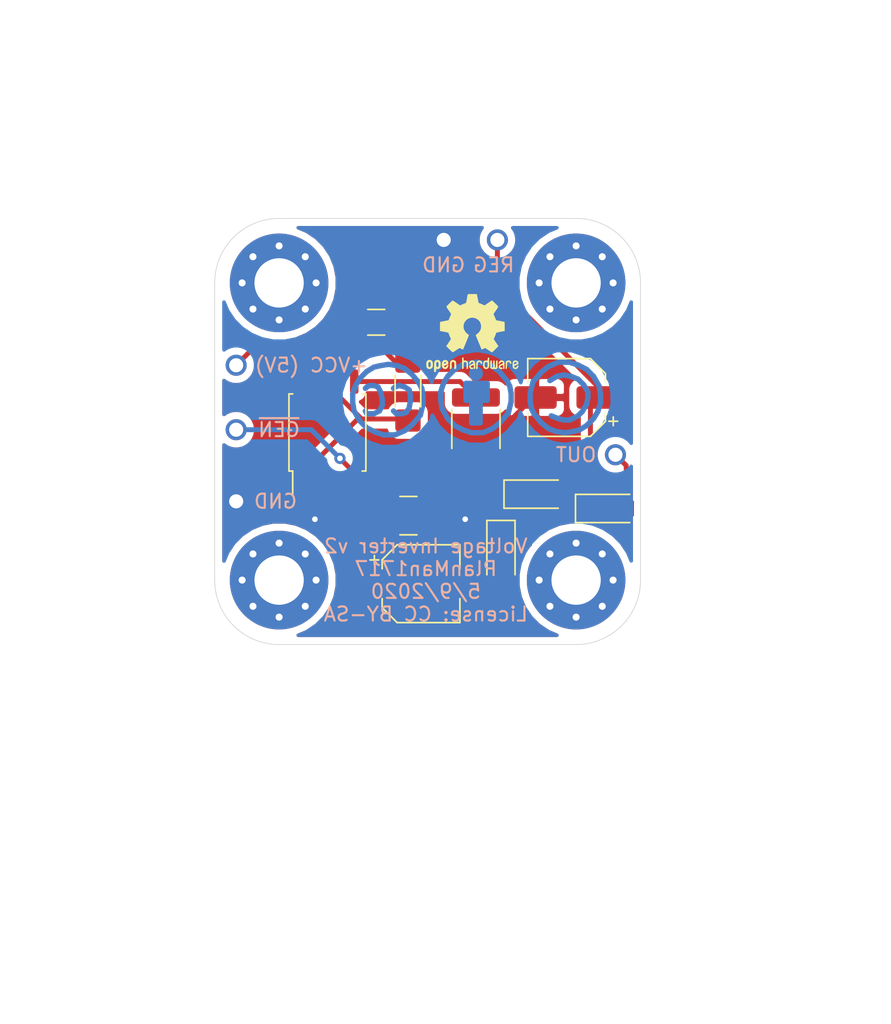
<source format=kicad_pcb>
(kicad_pcb (version 20171130) (host pcbnew "(5.1.5)-3")

  (general
    (thickness 1.6)
    (drawings 15)
    (tracks 80)
    (zones 0)
    (modules 18)
    (nets 11)
  )

  (page A4)
  (layers
    (0 F.Cu signal)
    (31 B.Cu signal)
    (32 B.Adhes user)
    (33 F.Adhes user)
    (34 B.Paste user)
    (35 F.Paste user)
    (36 B.SilkS user)
    (37 F.SilkS user)
    (38 B.Mask user)
    (39 F.Mask user)
    (40 Dwgs.User user)
    (41 Cmts.User user)
    (42 Eco1.User user)
    (43 Eco2.User user)
    (44 Edge.Cuts user)
    (45 Margin user)
    (46 B.CrtYd user)
    (47 F.CrtYd user)
    (48 B.Fab user hide)
    (49 F.Fab user hide)
  )

  (setup
    (last_trace_width 0.25)
    (user_trace_width 0.35)
    (trace_clearance 0.2)
    (zone_clearance 0.508)
    (zone_45_only no)
    (trace_min 0.2)
    (via_size 0.8)
    (via_drill 0.4)
    (via_min_size 0.4)
    (via_min_drill 0.3)
    (user_via 0.5 0.35)
    (user_via 1.5 1)
    (uvia_size 0.3)
    (uvia_drill 0.1)
    (uvias_allowed no)
    (uvia_min_size 0.2)
    (uvia_min_drill 0.1)
    (edge_width 0.05)
    (segment_width 0.2)
    (pcb_text_width 0.3)
    (pcb_text_size 1.5 1.5)
    (mod_edge_width 0.12)
    (mod_text_size 1 1)
    (mod_text_width 0.15)
    (pad_size 1.524 1.524)
    (pad_drill 0.762)
    (pad_to_mask_clearance 0.051)
    (solder_mask_min_width 0.25)
    (aux_axis_origin 0 0)
    (visible_elements 7FFFFFFF)
    (pcbplotparams
      (layerselection 0x3d0fc_ffffffff)
      (usegerberextensions false)
      (usegerberattributes false)
      (usegerberadvancedattributes false)
      (creategerberjobfile false)
      (excludeedgelayer true)
      (linewidth 0.100000)
      (plotframeref true)
      (viasonmask false)
      (mode 1)
      (useauxorigin false)
      (hpglpennumber 1)
      (hpglpenspeed 20)
      (hpglpendiameter 15.000000)
      (psnegative false)
      (psa4output false)
      (plotreference true)
      (plotvalue true)
      (plotinvisibletext false)
      (padsonsilk false)
      (subtractmaskfromsilk false)
      (outputformat 1)
      (mirror false)
      (drillshape 0)
      (scaleselection 1)
      (outputdirectory ""))
  )

  (net 0 "")
  (net 1 GND)
  (net 2 "Net-(C1-Pad1)")
  (net 3 "Net-(C2-Pad1)")
  (net 4 "Net-(C3-Pad2)")
  (net 5 CLOCK)
  (net 6 UNREGOUT)
  (net 7 OUT)
  (net 8 "Net-(R1-Pad2)")
  (net 9 VCC)
  (net 10 ~GEN)

  (net_class Default "This is the default net class."
    (clearance 0.2)
    (trace_width 0.25)
    (via_dia 0.8)
    (via_drill 0.4)
    (uvia_dia 0.3)
    (uvia_drill 0.1)
    (add_net CLOCK)
    (add_net GND)
    (add_net "Net-(C1-Pad1)")
    (add_net "Net-(C2-Pad1)")
    (add_net "Net-(C3-Pad2)")
    (add_net "Net-(R1-Pad2)")
    (add_net OUT)
    (add_net UNREGOUT)
    (add_net VCC)
    (add_net ~GEN)
  )

  (module Symbol:Symbol_CreativeCommons_CopperTop_Type2_Small (layer B.Cu) (tedit 0) (tstamp 5EB79F0B)
    (at 189.738 55.88 180)
    (descr "Symbol, Creative Commons, CopperTop, Type 2, Small,")
    (tags "Symbol, Creative Commons, CopperTop, Type 2, Small,")
    (attr virtual)
    (fp_text reference REF** (at 0.59944 7.29996) (layer B.Fab)
      (effects (font (size 1 1) (thickness 0.15)) (justify mirror))
    )
    (fp_text value Symbol_CreativeCommons_CopperTop_Type2_Small (at 0.59944 -8.001) (layer B.Fab)
      (effects (font (size 1 1) (thickness 0.15)) (justify mirror))
    )
    (fp_line (start 0.74944 2.5003) (end 0.15 2.59936) (layer B.Cu) (width 0.381))
    (fp_line (start 1.15076 2.40124) (end 0.74944 2.5003) (layer B.Cu) (width 0.381))
    (fp_line (start 1.65114 2.09898) (end 1.15076 2.40124) (layer B.Cu) (width 0.381))
    (fp_line (start 2.14898 1.60114) (end 1.65114 2.09898) (layer B.Cu) (width 0.381))
    (fp_line (start 2.45124 1.10076) (end 2.14898 1.60114) (layer B.Cu) (width 0.381))
    (fp_line (start 2.64936 0.49878) (end 2.45124 1.10076) (layer B.Cu) (width 0.381))
    (fp_line (start 2.64936 -0.10066) (end 2.64936 0.49878) (layer B.Cu) (width 0.381))
    (fp_line (start 2.5503 -0.7001) (end 2.64936 -0.10066) (layer B.Cu) (width 0.381))
    (fp_line (start 2.14898 -1.40114) (end 2.5503 -0.7001) (layer B.Cu) (width 0.381))
    (fp_line (start 1.65114 -1.89898) (end 2.14898 -1.40114) (layer B.Cu) (width 0.381))
    (fp_line (start 1.04916 -2.20124) (end 1.65114 -1.89898) (layer B.Cu) (width 0.381))
    (fp_line (start 0.44972 -2.39936) (end 1.04916 -2.20124) (layer B.Cu) (width 0.381))
    (fp_line (start -0.35038 -2.39936) (end 0.44972 -2.39936) (layer B.Cu) (width 0.381))
    (fp_line (start -1.04888 -2.09964) (end -0.35038 -2.39936) (layer B.Cu) (width 0.381))
    (fp_line (start -1.54926 -1.70086) (end -1.04888 -2.09964) (layer B.Cu) (width 0.381))
    (fp_line (start -2.15124 -0.99982) (end -1.54926 -1.70086) (layer B.Cu) (width 0.381))
    (fp_line (start -2.34936 -0.19972) (end -2.15124 -0.99982) (layer B.Cu) (width 0.381))
    (fp_line (start -2.34936 0.39972) (end -2.34936 -0.19972) (layer B.Cu) (width 0.381))
    (fp_line (start -2.2503 0.9001) (end -2.34936 0.39972) (layer B.Cu) (width 0.381))
    (fp_line (start -2.04964 1.29888) (end -2.2503 0.9001) (layer B.Cu) (width 0.381))
    (fp_line (start -1.54926 1.90086) (end -2.04964 1.29888) (layer B.Cu) (width 0.381))
    (fp_line (start -1.04888 2.29964) (end -1.54926 1.90086) (layer B.Cu) (width 0.381))
    (fp_line (start -0.55104 2.5003) (end -1.04888 2.29964) (layer B.Cu) (width 0.381))
    (fp_line (start 0.05094 2.59936) (end -0.55104 2.5003) (layer B.Cu) (width 0.381))
    (fp_line (start 0.15 2.59936) (end 0.05094 2.59936) (layer B.Cu) (width 0.381))
    (fp_line (start -0.44944 -0.90076) (end -0.24878 -0.7001) (layer B.Cu) (width 0.381))
    (fp_line (start -0.85076 -0.90076) (end -0.44944 -0.90076) (layer B.Cu) (width 0.381))
    (fp_line (start -1.15048 -0.79916) (end -0.85076 -0.90076) (layer B.Cu) (width 0.381))
    (fp_line (start -1.35114 -0.49944) (end -1.15048 -0.79916) (layer B.Cu) (width 0.381))
    (fp_line (start -1.4502 0.00094) (end -1.35114 -0.49944) (layer B.Cu) (width 0.381))
    (fp_line (start -1.4502 0.39972) (end -1.4502 0.00094) (layer B.Cu) (width 0.381))
    (fp_line (start -1.35114 0.80104) (end -1.4502 0.39972) (layer B.Cu) (width 0.381))
    (fp_line (start -1.04888 0.99916) (end -1.35114 0.80104) (layer B.Cu) (width 0.381))
    (fp_line (start -0.6501 1.10076) (end -1.04888 0.99916) (layer B.Cu) (width 0.381))
    (fp_line (start -0.35038 0.99916) (end -0.6501 1.10076) (layer B.Cu) (width 0.381))
    (fp_line (start -0.24878 0.9001) (end -0.35038 0.99916) (layer B.Cu) (width 0.381))
    (fp_line (start 1.65114 -0.90076) (end 1.7502 -0.7001) (layer B.Cu) (width 0.381))
    (fp_line (start 1.34888 -0.90076) (end 1.65114 -0.90076) (layer B.Cu) (width 0.381))
    (fp_line (start 1.15076 -0.90076) (end 1.34888 -0.90076) (layer B.Cu) (width 0.381))
    (fp_line (start 0.74944 -0.7001) (end 1.15076 -0.90076) (layer B.Cu) (width 0.381))
    (fp_line (start 0.54878 -0.29878) (end 0.74944 -0.7001) (layer B.Cu) (width 0.381))
    (fp_line (start 0.54878 0.1) (end 0.54878 -0.29878) (layer B.Cu) (width 0.381))
    (fp_line (start 0.65038 0.60038) (end 0.54878 0.1) (layer B.Cu) (width 0.381))
    (fp_line (start 0.85104 0.99916) (end 0.65038 0.60038) (layer B.Cu) (width 0.381))
    (fp_line (start 1.15076 1.10076) (end 0.85104 0.99916) (layer B.Cu) (width 0.381))
    (fp_line (start 1.45048 1.10076) (end 1.15076 1.10076) (layer B.Cu) (width 0.381))
    (fp_line (start 1.65114 0.99916) (end 1.45048 1.10076) (layer B.Cu) (width 0.381))
    (fp_line (start 1.7502 0.9001) (end 1.65114 0.99916) (layer B.Cu) (width 0.381))
  )

  (module Symbol:Symbol_CC-Attribution_CopperTop_Small (layer B.Cu) (tedit 0) (tstamp 5EB77B1B)
    (at 195.834 55.626 180)
    (descr "Symbol, CC-Share Alike, Copper Top, Small,")
    (tags "Symbol, CC-Share Alike, Copper Top, Small,")
    (attr virtual)
    (fp_text reference REF** (at 0.59944 7.29996) (layer B.Fab)
      (effects (font (size 1 1) (thickness 0.15)) (justify mirror))
    )
    (fp_text value Symbol_CC-Attribution_CopperTop_Small (at 0.59944 -8.001) (layer B.Fab)
      (effects (font (size 1 1) (thickness 0.15)) (justify mirror))
    )
    (fp_line (start 0.59944 2.4003) (end 0 2.49936) (layer B.Cu) (width 0.381))
    (fp_line (start 1.00076 2.30124) (end 0.59944 2.4003) (layer B.Cu) (width 0.381))
    (fp_line (start 1.50114 1.99898) (end 1.00076 2.30124) (layer B.Cu) (width 0.381))
    (fp_line (start 1.99898 1.50114) (end 1.50114 1.99898) (layer B.Cu) (width 0.381))
    (fp_line (start 2.30124 1.00076) (end 1.99898 1.50114) (layer B.Cu) (width 0.381))
    (fp_line (start 2.49936 0.39878) (end 2.30124 1.00076) (layer B.Cu) (width 0.381))
    (fp_line (start 2.49936 -0.20066) (end 2.49936 0.39878) (layer B.Cu) (width 0.381))
    (fp_line (start 2.4003 -0.8001) (end 2.49936 -0.20066) (layer B.Cu) (width 0.381))
    (fp_line (start 1.99898 -1.50114) (end 2.4003 -0.8001) (layer B.Cu) (width 0.381))
    (fp_line (start 1.50114 -1.99898) (end 1.99898 -1.50114) (layer B.Cu) (width 0.381))
    (fp_line (start 0.89916 -2.30124) (end 1.50114 -1.99898) (layer B.Cu) (width 0.381))
    (fp_line (start 0.29972 -2.49936) (end 0.89916 -2.30124) (layer B.Cu) (width 0.381))
    (fp_line (start -0.50038 -2.49936) (end 0.29972 -2.49936) (layer B.Cu) (width 0.381))
    (fp_line (start -1.19888 -2.19964) (end -0.50038 -2.49936) (layer B.Cu) (width 0.381))
    (fp_line (start -1.69926 -1.80086) (end -1.19888 -2.19964) (layer B.Cu) (width 0.381))
    (fp_line (start -2.30124 -1.09982) (end -1.69926 -1.80086) (layer B.Cu) (width 0.381))
    (fp_line (start -2.49936 -0.29972) (end -2.30124 -1.09982) (layer B.Cu) (width 0.381))
    (fp_line (start -2.49936 0.29972) (end -2.49936 -0.29972) (layer B.Cu) (width 0.381))
    (fp_line (start -2.4003 0.8001) (end -2.49936 0.29972) (layer B.Cu) (width 0.381))
    (fp_line (start -2.19964 1.19888) (end -2.4003 0.8001) (layer B.Cu) (width 0.381))
    (fp_line (start -1.69926 1.80086) (end -2.19964 1.19888) (layer B.Cu) (width 0.381))
    (fp_line (start -1.19888 2.19964) (end -1.69926 1.80086) (layer B.Cu) (width 0.381))
    (fp_line (start -0.70104 2.4003) (end -1.19888 2.19964) (layer B.Cu) (width 0.381))
    (fp_line (start -0.09906 2.49936) (end -0.70104 2.4003) (layer B.Cu) (width 0.381))
    (fp_line (start 0 2.49936) (end -0.09906 2.49936) (layer B.Cu) (width 0.381))
    (fp_circle (center 0 1.69926) (end 0.09906 1.39954) (layer B.Cu) (width 0.381))
    (fp_line (start -0.8001 -0.20066) (end -0.8001 1.00076) (layer B.Cu) (width 0.381))
    (fp_line (start 0.70104 -0.20066) (end -0.8001 -0.20066) (layer B.Cu) (width 0.381))
    (fp_line (start 0.70104 1.00076) (end 0.70104 -0.20066) (layer B.Cu) (width 0.381))
    (fp_line (start -0.8001 1.00076) (end 0.70104 1.00076) (layer B.Cu) (width 0.381))
    (fp_line (start -0.29972 -1.80086) (end 0.20066 -1.80086) (layer B.Cu) (width 0.381))
    (fp_line (start -0.29972 -0.29972) (end -0.29972 -1.80086) (layer B.Cu) (width 0.381))
    (fp_line (start 0.29972 -1.80086) (end 0.29972 -0.20066) (layer B.Cu) (width 0.381))
    (fp_line (start 0.09906 -1.80086) (end 0.29972 -1.80086) (layer B.Cu) (width 0.381))
    (fp_line (start 0 -0.29972) (end 0 -1.6002) (layer B.Cu) (width 0.381))
    (fp_line (start -0.8001 0.09906) (end 0.50038 0.09906) (layer B.Cu) (width 0.381))
    (fp_line (start 0.50038 0.39878) (end -0.70104 0.39878) (layer B.Cu) (width 0.381))
    (fp_line (start -0.70104 0.70104) (end 0.59944 0.70104) (layer B.Cu) (width 0.381))
    (fp_line (start 0 1.89992) (end 0 1.50114) (layer B.Cu) (width 0.381))
  )

  (module Symbol:Symbol_CC-ShareAlike_CopperTop_Small (layer B.Cu) (tedit 0) (tstamp 5EB77518)
    (at 202.184 55.626)
    (descr "Symbol, CC-Share Alike, Copper Top, Small,")
    (tags "Symbol, CC-Share Alike, Copper Top, Small,")
    (attr virtual)
    (fp_text reference REF** (at 0.59944 7.29996) (layer B.Fab)
      (effects (font (size 1 1) (thickness 0.15)) (justify mirror))
    )
    (fp_text value Symbol_CC-ShareAlike_CopperTop_Small (at 0.59944 -8.001) (layer B.Fab)
      (effects (font (size 1 1) (thickness 0.15)) (justify mirror))
    )
    (fp_line (start 0.59944 2.4003) (end 0 2.49936) (layer B.Cu) (width 0.381))
    (fp_line (start 1.00076 2.30124) (end 0.59944 2.4003) (layer B.Cu) (width 0.381))
    (fp_line (start 1.50114 1.99898) (end 1.00076 2.30124) (layer B.Cu) (width 0.381))
    (fp_line (start 1.99898 1.50114) (end 1.50114 1.99898) (layer B.Cu) (width 0.381))
    (fp_line (start 2.30124 1.00076) (end 1.99898 1.50114) (layer B.Cu) (width 0.381))
    (fp_line (start 2.49936 0.39878) (end 2.30124 1.00076) (layer B.Cu) (width 0.381))
    (fp_line (start 2.49936 -0.20066) (end 2.49936 0.39878) (layer B.Cu) (width 0.381))
    (fp_line (start 2.4003 -0.8001) (end 2.49936 -0.20066) (layer B.Cu) (width 0.381))
    (fp_line (start 1.99898 -1.50114) (end 2.4003 -0.8001) (layer B.Cu) (width 0.381))
    (fp_line (start 1.50114 -1.99898) (end 1.99898 -1.50114) (layer B.Cu) (width 0.381))
    (fp_line (start 0.89916 -2.30124) (end 1.50114 -1.99898) (layer B.Cu) (width 0.381))
    (fp_line (start 0.29972 -2.49936) (end 0.89916 -2.30124) (layer B.Cu) (width 0.381))
    (fp_line (start -0.50038 -2.49936) (end 0.29972 -2.49936) (layer B.Cu) (width 0.381))
    (fp_line (start -1.19888 -2.19964) (end -0.50038 -2.49936) (layer B.Cu) (width 0.381))
    (fp_line (start -1.69926 -1.80086) (end -1.19888 -2.19964) (layer B.Cu) (width 0.381))
    (fp_line (start -2.30124 -1.09982) (end -1.69926 -1.80086) (layer B.Cu) (width 0.381))
    (fp_line (start -2.49936 -0.29972) (end -2.30124 -1.09982) (layer B.Cu) (width 0.381))
    (fp_line (start -2.49936 0.29972) (end -2.49936 -0.29972) (layer B.Cu) (width 0.381))
    (fp_line (start -2.4003 0.8001) (end -2.49936 0.29972) (layer B.Cu) (width 0.381))
    (fp_line (start -2.19964 1.19888) (end -2.4003 0.8001) (layer B.Cu) (width 0.381))
    (fp_line (start -1.69926 1.80086) (end -2.19964 1.19888) (layer B.Cu) (width 0.381))
    (fp_line (start -1.19888 2.19964) (end -1.69926 1.80086) (layer B.Cu) (width 0.381))
    (fp_line (start -0.70104 2.4003) (end -1.19888 2.19964) (layer B.Cu) (width 0.381))
    (fp_line (start -0.09906 2.49936) (end -0.70104 2.4003) (layer B.Cu) (width 0.381))
    (fp_line (start 0 2.49936) (end -0.09906 2.49936) (layer B.Cu) (width 0.381))
    (fp_line (start -0.50038 1.50114) (end -1.00076 1.30048) (layer B.Cu) (width 0.381))
    (fp_line (start -0.09906 1.6002) (end -0.50038 1.50114) (layer B.Cu) (width 0.381))
    (fp_line (start 0.29972 1.6002) (end -0.09906 1.6002) (layer B.Cu) (width 0.381))
    (fp_line (start 0.89916 1.30048) (end 0.29972 1.6002) (layer B.Cu) (width 0.381))
    (fp_line (start 1.19888 1.00076) (end 0.89916 1.30048) (layer B.Cu) (width 0.381))
    (fp_line (start 1.50114 0.50038) (end 1.19888 1.00076) (layer B.Cu) (width 0.381))
    (fp_line (start 1.6002 0) (end 1.50114 0.50038) (layer B.Cu) (width 0.381))
    (fp_line (start 1.6002 -0.39878) (end 1.6002 0) (layer B.Cu) (width 0.381))
    (fp_line (start 1.30048 -0.89916) (end 1.6002 -0.39878) (layer B.Cu) (width 0.381))
    (fp_line (start 0.89916 -1.30048) (end 1.30048 -0.89916) (layer B.Cu) (width 0.381))
    (fp_line (start 0.39878 -1.50114) (end 0.89916 -1.30048) (layer B.Cu) (width 0.381))
    (fp_line (start -0.09906 -1.6002) (end 0.39878 -1.50114) (layer B.Cu) (width 0.381))
    (fp_line (start -0.59944 -1.50114) (end -0.09906 -1.6002) (layer B.Cu) (width 0.381))
    (fp_line (start -1.09982 -1.19888) (end -0.59944 -1.50114) (layer B.Cu) (width 0.381))
  )

  (module Symbol:OSHW-Logo2_7.3x6mm_SilkScreen (layer F.Cu) (tedit 0) (tstamp 5EB7684B)
    (at 195.58 51.054)
    (descr "Open Source Hardware Symbol")
    (tags "Logo Symbol OSHW")
    (attr virtual)
    (fp_text reference REF** (at 0 0) (layer F.SilkS) hide
      (effects (font (size 1 1) (thickness 0.15)))
    )
    (fp_text value OSHW-Logo2_7.3x6mm_SilkScreen (at 0.75 0) (layer F.Fab) hide
      (effects (font (size 1 1) (thickness 0.15)))
    )
    (fp_poly (pts (xy 0.10391 -2.757652) (xy 0.182454 -2.757222) (xy 0.239298 -2.756058) (xy 0.278105 -2.753793)
      (xy 0.302538 -2.75006) (xy 0.316262 -2.744494) (xy 0.32294 -2.736727) (xy 0.326236 -2.726395)
      (xy 0.326556 -2.725057) (xy 0.331562 -2.700921) (xy 0.340829 -2.653299) (xy 0.353392 -2.587259)
      (xy 0.368287 -2.507872) (xy 0.384551 -2.420204) (xy 0.385119 -2.417125) (xy 0.40141 -2.331211)
      (xy 0.416652 -2.255304) (xy 0.429861 -2.193955) (xy 0.440054 -2.151718) (xy 0.446248 -2.133145)
      (xy 0.446543 -2.132816) (xy 0.464788 -2.123747) (xy 0.502405 -2.108633) (xy 0.551271 -2.090738)
      (xy 0.551543 -2.090642) (xy 0.613093 -2.067507) (xy 0.685657 -2.038035) (xy 0.754057 -2.008403)
      (xy 0.757294 -2.006938) (xy 0.868702 -1.956374) (xy 1.115399 -2.12484) (xy 1.191077 -2.176197)
      (xy 1.259631 -2.222111) (xy 1.317088 -2.25997) (xy 1.359476 -2.287163) (xy 1.382825 -2.301079)
      (xy 1.385042 -2.302111) (xy 1.40201 -2.297516) (xy 1.433701 -2.275345) (xy 1.481352 -2.234553)
      (xy 1.546198 -2.174095) (xy 1.612397 -2.109773) (xy 1.676214 -2.046388) (xy 1.733329 -1.988549)
      (xy 1.780305 -1.939825) (xy 1.813703 -1.90379) (xy 1.830085 -1.884016) (xy 1.830694 -1.882998)
      (xy 1.832505 -1.869428) (xy 1.825683 -1.847267) (xy 1.80854 -1.813522) (xy 1.779393 -1.7652)
      (xy 1.736555 -1.699308) (xy 1.679448 -1.614483) (xy 1.628766 -1.539823) (xy 1.583461 -1.47286)
      (xy 1.54615 -1.417484) (xy 1.519452 -1.37758) (xy 1.505985 -1.357038) (xy 1.505137 -1.355644)
      (xy 1.506781 -1.335962) (xy 1.519245 -1.297707) (xy 1.540048 -1.248111) (xy 1.547462 -1.232272)
      (xy 1.579814 -1.16171) (xy 1.614328 -1.081647) (xy 1.642365 -1.012371) (xy 1.662568 -0.960955)
      (xy 1.678615 -0.921881) (xy 1.687888 -0.901459) (xy 1.689041 -0.899886) (xy 1.706096 -0.897279)
      (xy 1.746298 -0.890137) (xy 1.804302 -0.879477) (xy 1.874763 -0.866315) (xy 1.952335 -0.851667)
      (xy 2.031672 -0.836551) (xy 2.107431 -0.821982) (xy 2.174264 -0.808978) (xy 2.226828 -0.798555)
      (xy 2.259776 -0.79173) (xy 2.267857 -0.789801) (xy 2.276205 -0.785038) (xy 2.282506 -0.774282)
      (xy 2.287045 -0.753902) (xy 2.290104 -0.720266) (xy 2.291967 -0.669745) (xy 2.292918 -0.598708)
      (xy 2.29324 -0.503524) (xy 2.293257 -0.464508) (xy 2.293257 -0.147201) (xy 2.217057 -0.132161)
      (xy 2.174663 -0.124005) (xy 2.1114 -0.112101) (xy 2.034962 -0.097884) (xy 1.953043 -0.08279)
      (xy 1.9304 -0.078645) (xy 1.854806 -0.063947) (xy 1.788953 -0.049495) (xy 1.738366 -0.036625)
      (xy 1.708574 -0.026678) (xy 1.703612 -0.023713) (xy 1.691426 -0.002717) (xy 1.673953 0.037967)
      (xy 1.654577 0.090322) (xy 1.650734 0.1016) (xy 1.625339 0.171523) (xy 1.593817 0.250418)
      (xy 1.562969 0.321266) (xy 1.562817 0.321595) (xy 1.511447 0.432733) (xy 1.680399 0.681253)
      (xy 1.849352 0.929772) (xy 1.632429 1.147058) (xy 1.566819 1.211726) (xy 1.506979 1.268733)
      (xy 1.456267 1.315033) (xy 1.418046 1.347584) (xy 1.395675 1.363343) (xy 1.392466 1.364343)
      (xy 1.373626 1.356469) (xy 1.33518 1.334578) (xy 1.28133 1.301267) (xy 1.216276 1.259131)
      (xy 1.14594 1.211943) (xy 1.074555 1.16381) (xy 1.010908 1.121928) (xy 0.959041 1.088871)
      (xy 0.922995 1.067218) (xy 0.906867 1.059543) (xy 0.887189 1.066037) (xy 0.849875 1.08315)
      (xy 0.802621 1.107326) (xy 0.797612 1.110013) (xy 0.733977 1.141927) (xy 0.690341 1.157579)
      (xy 0.663202 1.157745) (xy 0.649057 1.143204) (xy 0.648975 1.143) (xy 0.641905 1.125779)
      (xy 0.625042 1.084899) (xy 0.599695 1.023525) (xy 0.567171 0.944819) (xy 0.528778 0.851947)
      (xy 0.485822 0.748072) (xy 0.444222 0.647502) (xy 0.398504 0.536516) (xy 0.356526 0.433703)
      (xy 0.319548 0.342215) (xy 0.288827 0.265201) (xy 0.265622 0.205815) (xy 0.25119 0.167209)
      (xy 0.246743 0.1528) (xy 0.257896 0.136272) (xy 0.287069 0.10993) (xy 0.325971 0.080887)
      (xy 0.436757 -0.010961) (xy 0.523351 -0.116241) (xy 0.584716 -0.232734) (xy 0.619815 -0.358224)
      (xy 0.627608 -0.490493) (xy 0.621943 -0.551543) (xy 0.591078 -0.678205) (xy 0.53792 -0.790059)
      (xy 0.465767 -0.885999) (xy 0.377917 -0.964924) (xy 0.277665 -1.02573) (xy 0.16831 -1.067313)
      (xy 0.053147 -1.088572) (xy -0.064525 -1.088401) (xy -0.18141 -1.065699) (xy -0.294211 -1.019362)
      (xy -0.399631 -0.948287) (xy -0.443632 -0.908089) (xy -0.528021 -0.804871) (xy -0.586778 -0.692075)
      (xy -0.620296 -0.57299) (xy -0.628965 -0.450905) (xy -0.613177 -0.329107) (xy -0.573322 -0.210884)
      (xy -0.509793 -0.099525) (xy -0.422979 0.001684) (xy -0.325971 0.080887) (xy -0.285563 0.111162)
      (xy -0.257018 0.137219) (xy -0.246743 0.152825) (xy -0.252123 0.169843) (xy -0.267425 0.2105)
      (xy -0.291388 0.271642) (xy -0.322756 0.350119) (xy -0.360268 0.44278) (xy -0.402667 0.546472)
      (xy -0.444337 0.647526) (xy -0.49031 0.758607) (xy -0.532893 0.861541) (xy -0.570779 0.953165)
      (xy -0.60266 1.030316) (xy -0.627229 1.089831) (xy -0.64318 1.128544) (xy -0.64909 1.143)
      (xy -0.663052 1.157685) (xy -0.69006 1.157642) (xy -0.733587 1.142099) (xy -0.79711 1.110284)
      (xy -0.797612 1.110013) (xy -0.84544 1.085323) (xy -0.884103 1.067338) (xy -0.905905 1.059614)
      (xy -0.906867 1.059543) (xy -0.923279 1.067378) (xy -0.959513 1.089165) (xy -1.011526 1.122328)
      (xy -1.075275 1.164291) (xy -1.14594 1.211943) (xy -1.217884 1.260191) (xy -1.282726 1.302151)
      (xy -1.336265 1.335227) (xy -1.374303 1.356821) (xy -1.392467 1.364343) (xy -1.409192 1.354457)
      (xy -1.44282 1.326826) (xy -1.48999 1.284495) (xy -1.547342 1.230505) (xy -1.611516 1.167899)
      (xy -1.632503 1.146983) (xy -1.849501 0.929623) (xy -1.684332 0.68722) (xy -1.634136 0.612781)
      (xy -1.590081 0.545972) (xy -1.554638 0.490665) (xy -1.530281 0.450729) (xy -1.519478 0.430036)
      (xy -1.519162 0.428563) (xy -1.524857 0.409058) (xy -1.540174 0.369822) (xy -1.562463 0.31743)
      (xy -1.578107 0.282355) (xy -1.607359 0.215201) (xy -1.634906 0.147358) (xy -1.656263 0.090034)
      (xy -1.662065 0.072572) (xy -1.678548 0.025938) (xy -1.69466 -0.010095) (xy -1.70351 -0.023713)
      (xy -1.72304 -0.032048) (xy -1.765666 -0.043863) (xy -1.825855 -0.057819) (xy -1.898078 -0.072578)
      (xy -1.9304 -0.078645) (xy -2.012478 -0.093727) (xy -2.091205 -0.108331) (xy -2.158891 -0.12102)
      (xy -2.20784 -0.130358) (xy -2.217057 -0.132161) (xy -2.293257 -0.147201) (xy -2.293257 -0.464508)
      (xy -2.293086 -0.568846) (xy -2.292384 -0.647787) (xy -2.290866 -0.704962) (xy -2.288251 -0.744001)
      (xy -2.284254 -0.768535) (xy -2.278591 -0.782195) (xy -2.27098 -0.788611) (xy -2.267857 -0.789801)
      (xy -2.249022 -0.79402) (xy -2.207412 -0.802438) (xy -2.14837 -0.814039) (xy -2.077243 -0.827805)
      (xy -1.999375 -0.84272) (xy -1.920113 -0.857768) (xy -1.844802 -0.871931) (xy -1.778787 -0.884194)
      (xy -1.727413 -0.893539) (xy -1.696025 -0.89895) (xy -1.689041 -0.899886) (xy -1.682715 -0.912404)
      (xy -1.66871 -0.945754) (xy -1.649645 -0.993623) (xy -1.642366 -1.012371) (xy -1.613004 -1.084805)
      (xy -1.578429 -1.16483) (xy -1.547463 -1.232272) (xy -1.524677 -1.283841) (xy -1.509518 -1.326215)
      (xy -1.504458 -1.352166) (xy -1.505264 -1.355644) (xy -1.515959 -1.372064) (xy -1.54038 -1.408583)
      (xy -1.575905 -1.461313) (xy -1.619913 -1.526365) (xy -1.669783 -1.599849) (xy -1.679644 -1.614355)
      (xy -1.737508 -1.700296) (xy -1.780044 -1.765739) (xy -1.808946 -1.813696) (xy -1.82591 -1.84718)
      (xy -1.832633 -1.869205) (xy -1.83081 -1.882783) (xy -1.830764 -1.882869) (xy -1.816414 -1.900703)
      (xy -1.784677 -1.935183) (xy -1.73899 -1.982732) (xy -1.682796 -2.039778) (xy -1.619532 -2.102745)
      (xy -1.612398 -2.109773) (xy -1.53267 -2.18698) (xy -1.471143 -2.24367) (xy -1.426579 -2.28089)
      (xy -1.397743 -2.299685) (xy -1.385042 -2.302111) (xy -1.366506 -2.291529) (xy -1.328039 -2.267084)
      (xy -1.273614 -2.231388) (xy -1.207202 -2.187053) (xy -1.132775 -2.136689) (xy -1.115399 -2.12484)
      (xy -0.868703 -1.956374) (xy -0.757294 -2.006938) (xy -0.689543 -2.036405) (xy -0.616817 -2.066041)
      (xy -0.554297 -2.08967) (xy -0.551543 -2.090642) (xy -0.50264 -2.108543) (xy -0.464943 -2.12368)
      (xy -0.446575 -2.13279) (xy -0.446544 -2.132816) (xy -0.440715 -2.149283) (xy -0.430808 -2.189781)
      (xy -0.417805 -2.249758) (xy -0.402691 -2.32466) (xy -0.386448 -2.409936) (xy -0.385119 -2.417125)
      (xy -0.368825 -2.504986) (xy -0.353867 -2.58474) (xy -0.341209 -2.651319) (xy -0.331814 -2.699653)
      (xy -0.326646 -2.724675) (xy -0.326556 -2.725057) (xy -0.323411 -2.735701) (xy -0.317296 -2.743738)
      (xy -0.304547 -2.749533) (xy -0.2815 -2.753453) (xy -0.244491 -2.755865) (xy -0.189856 -2.757135)
      (xy -0.113933 -2.757629) (xy -0.013056 -2.757714) (xy 0 -2.757714) (xy 0.10391 -2.757652)) (layer F.SilkS) (width 0.01))
    (fp_poly (pts (xy 3.153595 1.966966) (xy 3.211021 2.004497) (xy 3.238719 2.038096) (xy 3.260662 2.099064)
      (xy 3.262405 2.147308) (xy 3.258457 2.211816) (xy 3.109686 2.276934) (xy 3.037349 2.310202)
      (xy 2.990084 2.336964) (xy 2.965507 2.360144) (xy 2.961237 2.382667) (xy 2.974889 2.407455)
      (xy 2.989943 2.423886) (xy 3.033746 2.450235) (xy 3.081389 2.452081) (xy 3.125145 2.431546)
      (xy 3.157289 2.390752) (xy 3.163038 2.376347) (xy 3.190576 2.331356) (xy 3.222258 2.312182)
      (xy 3.265714 2.295779) (xy 3.265714 2.357966) (xy 3.261872 2.400283) (xy 3.246823 2.435969)
      (xy 3.21528 2.476943) (xy 3.210592 2.482267) (xy 3.175506 2.51872) (xy 3.145347 2.538283)
      (xy 3.107615 2.547283) (xy 3.076335 2.55023) (xy 3.020385 2.550965) (xy 2.980555 2.54166)
      (xy 2.955708 2.527846) (xy 2.916656 2.497467) (xy 2.889625 2.464613) (xy 2.872517 2.423294)
      (xy 2.863238 2.367521) (xy 2.859693 2.291305) (xy 2.85941 2.252622) (xy 2.860372 2.206247)
      (xy 2.948007 2.206247) (xy 2.949023 2.231126) (xy 2.951556 2.2352) (xy 2.968274 2.229665)
      (xy 3.004249 2.215017) (xy 3.052331 2.19419) (xy 3.062386 2.189714) (xy 3.123152 2.158814)
      (xy 3.156632 2.131657) (xy 3.16399 2.10622) (xy 3.146391 2.080481) (xy 3.131856 2.069109)
      (xy 3.07941 2.046364) (xy 3.030322 2.050122) (xy 2.989227 2.077884) (xy 2.960758 2.127152)
      (xy 2.951631 2.166257) (xy 2.948007 2.206247) (xy 2.860372 2.206247) (xy 2.861285 2.162249)
      (xy 2.868196 2.095384) (xy 2.881884 2.046695) (xy 2.904096 2.010849) (xy 2.936574 1.982513)
      (xy 2.950733 1.973355) (xy 3.015053 1.949507) (xy 3.085473 1.948006) (xy 3.153595 1.966966)) (layer F.SilkS) (width 0.01))
    (fp_poly (pts (xy 2.6526 1.958752) (xy 2.669948 1.966334) (xy 2.711356 1.999128) (xy 2.746765 2.046547)
      (xy 2.768664 2.097151) (xy 2.772229 2.122098) (xy 2.760279 2.156927) (xy 2.734067 2.175357)
      (xy 2.705964 2.186516) (xy 2.693095 2.188572) (xy 2.686829 2.173649) (xy 2.674456 2.141175)
      (xy 2.669028 2.126502) (xy 2.63859 2.075744) (xy 2.59452 2.050427) (xy 2.53801 2.051206)
      (xy 2.533825 2.052203) (xy 2.503655 2.066507) (xy 2.481476 2.094393) (xy 2.466327 2.139287)
      (xy 2.45725 2.204615) (xy 2.453286 2.293804) (xy 2.452914 2.341261) (xy 2.45273 2.416071)
      (xy 2.451522 2.467069) (xy 2.448309 2.499471) (xy 2.442109 2.518495) (xy 2.43194 2.529356)
      (xy 2.416819 2.537272) (xy 2.415946 2.53767) (xy 2.386828 2.549981) (xy 2.372403 2.554514)
      (xy 2.370186 2.540809) (xy 2.368289 2.502925) (xy 2.366847 2.445715) (xy 2.365998 2.374027)
      (xy 2.365829 2.321565) (xy 2.366692 2.220047) (xy 2.37007 2.143032) (xy 2.377142 2.086023)
      (xy 2.389088 2.044526) (xy 2.40709 2.014043) (xy 2.432327 1.99008) (xy 2.457247 1.973355)
      (xy 2.517171 1.951097) (xy 2.586911 1.946076) (xy 2.6526 1.958752)) (layer F.SilkS) (width 0.01))
    (fp_poly (pts (xy 2.144876 1.956335) (xy 2.186667 1.975344) (xy 2.219469 1.998378) (xy 2.243503 2.024133)
      (xy 2.260097 2.057358) (xy 2.270577 2.1028) (xy 2.276271 2.165207) (xy 2.278507 2.249327)
      (xy 2.278743 2.304721) (xy 2.278743 2.520826) (xy 2.241774 2.53767) (xy 2.212656 2.549981)
      (xy 2.198231 2.554514) (xy 2.195472 2.541025) (xy 2.193282 2.504653) (xy 2.191942 2.451542)
      (xy 2.191657 2.409372) (xy 2.190434 2.348447) (xy 2.187136 2.300115) (xy 2.182321 2.270518)
      (xy 2.178496 2.264229) (xy 2.152783 2.270652) (xy 2.112418 2.287125) (xy 2.065679 2.309458)
      (xy 2.020845 2.333457) (xy 1.986193 2.35493) (xy 1.970002 2.369685) (xy 1.969938 2.369845)
      (xy 1.97133 2.397152) (xy 1.983818 2.423219) (xy 2.005743 2.444392) (xy 2.037743 2.451474)
      (xy 2.065092 2.450649) (xy 2.103826 2.450042) (xy 2.124158 2.459116) (xy 2.136369 2.483092)
      (xy 2.137909 2.487613) (xy 2.143203 2.521806) (xy 2.129047 2.542568) (xy 2.092148 2.552462)
      (xy 2.052289 2.554292) (xy 1.980562 2.540727) (xy 1.943432 2.521355) (xy 1.897576 2.475845)
      (xy 1.873256 2.419983) (xy 1.871073 2.360957) (xy 1.891629 2.305953) (xy 1.922549 2.271486)
      (xy 1.95342 2.252189) (xy 2.001942 2.227759) (xy 2.058485 2.202985) (xy 2.06791 2.199199)
      (xy 2.130019 2.171791) (xy 2.165822 2.147634) (xy 2.177337 2.123619) (xy 2.16658 2.096635)
      (xy 2.148114 2.075543) (xy 2.104469 2.049572) (xy 2.056446 2.047624) (xy 2.012406 2.067637)
      (xy 1.980709 2.107551) (xy 1.976549 2.117848) (xy 1.952327 2.155724) (xy 1.916965 2.183842)
      (xy 1.872343 2.206917) (xy 1.872343 2.141485) (xy 1.874969 2.101506) (xy 1.88623 2.069997)
      (xy 1.911199 2.036378) (xy 1.935169 2.010484) (xy 1.972441 1.973817) (xy 2.001401 1.954121)
      (xy 2.032505 1.94622) (xy 2.067713 1.944914) (xy 2.144876 1.956335)) (layer F.SilkS) (width 0.01))
    (fp_poly (pts (xy 1.779833 1.958663) (xy 1.782048 1.99685) (xy 1.783784 2.054886) (xy 1.784899 2.12818)
      (xy 1.785257 2.205055) (xy 1.785257 2.465196) (xy 1.739326 2.511127) (xy 1.707675 2.539429)
      (xy 1.67989 2.550893) (xy 1.641915 2.550168) (xy 1.62684 2.548321) (xy 1.579726 2.542948)
      (xy 1.540756 2.539869) (xy 1.531257 2.539585) (xy 1.499233 2.541445) (xy 1.453432 2.546114)
      (xy 1.435674 2.548321) (xy 1.392057 2.551735) (xy 1.362745 2.54432) (xy 1.33368 2.521427)
      (xy 1.323188 2.511127) (xy 1.277257 2.465196) (xy 1.277257 1.978602) (xy 1.314226 1.961758)
      (xy 1.346059 1.949282) (xy 1.364683 1.944914) (xy 1.369458 1.958718) (xy 1.373921 1.997286)
      (xy 1.377775 2.056356) (xy 1.380722 2.131663) (xy 1.382143 2.195286) (xy 1.386114 2.445657)
      (xy 1.420759 2.450556) (xy 1.452268 2.447131) (xy 1.467708 2.436041) (xy 1.472023 2.415308)
      (xy 1.475708 2.371145) (xy 1.478469 2.309146) (xy 1.480012 2.234909) (xy 1.480235 2.196706)
      (xy 1.480457 1.976783) (xy 1.526166 1.960849) (xy 1.558518 1.950015) (xy 1.576115 1.944962)
      (xy 1.576623 1.944914) (xy 1.578388 1.958648) (xy 1.580329 1.99673) (xy 1.582282 2.054482)
      (xy 1.584084 2.127227) (xy 1.585343 2.195286) (xy 1.589314 2.445657) (xy 1.6764 2.445657)
      (xy 1.680396 2.21724) (xy 1.684392 1.988822) (xy 1.726847 1.966868) (xy 1.758192 1.951793)
      (xy 1.776744 1.944951) (xy 1.777279 1.944914) (xy 1.779833 1.958663)) (layer F.SilkS) (width 0.01))
    (fp_poly (pts (xy 1.190117 2.065358) (xy 1.189933 2.173837) (xy 1.189219 2.257287) (xy 1.187675 2.319704)
      (xy 1.185001 2.365085) (xy 1.180894 2.397429) (xy 1.175055 2.420733) (xy 1.167182 2.438995)
      (xy 1.161221 2.449418) (xy 1.111855 2.505945) (xy 1.049264 2.541377) (xy 0.980013 2.55409)
      (xy 0.910668 2.542463) (xy 0.869375 2.521568) (xy 0.826025 2.485422) (xy 0.796481 2.441276)
      (xy 0.778655 2.383462) (xy 0.770463 2.306313) (xy 0.769302 2.249714) (xy 0.769458 2.245647)
      (xy 0.870857 2.245647) (xy 0.871476 2.31055) (xy 0.874314 2.353514) (xy 0.88084 2.381622)
      (xy 0.892523 2.401953) (xy 0.906483 2.417288) (xy 0.953365 2.44689) (xy 1.003701 2.449419)
      (xy 1.051276 2.424705) (xy 1.054979 2.421356) (xy 1.070783 2.403935) (xy 1.080693 2.383209)
      (xy 1.086058 2.352362) (xy 1.088228 2.304577) (xy 1.088571 2.251748) (xy 1.087827 2.185381)
      (xy 1.084748 2.141106) (xy 1.078061 2.112009) (xy 1.066496 2.091173) (xy 1.057013 2.080107)
      (xy 1.01296 2.052198) (xy 0.962224 2.048843) (xy 0.913796 2.070159) (xy 0.90445 2.078073)
      (xy 0.88854 2.095647) (xy 0.87861 2.116587) (xy 0.873278 2.147782) (xy 0.871163 2.196122)
      (xy 0.870857 2.245647) (xy 0.769458 2.245647) (xy 0.77281 2.158568) (xy 0.784726 2.090086)
      (xy 0.807135 2.0386) (xy 0.842124 1.998443) (xy 0.869375 1.977861) (xy 0.918907 1.955625)
      (xy 0.976316 1.945304) (xy 1.029682 1.948067) (xy 1.059543 1.959212) (xy 1.071261 1.962383)
      (xy 1.079037 1.950557) (xy 1.084465 1.918866) (xy 1.088571 1.870593) (xy 1.093067 1.816829)
      (xy 1.099313 1.784482) (xy 1.110676 1.765985) (xy 1.130528 1.75377) (xy 1.143 1.748362)
      (xy 1.190171 1.728601) (xy 1.190117 2.065358)) (layer F.SilkS) (width 0.01))
    (fp_poly (pts (xy 0.529926 1.949755) (xy 0.595858 1.974084) (xy 0.649273 2.017117) (xy 0.670164 2.047409)
      (xy 0.692939 2.102994) (xy 0.692466 2.143186) (xy 0.668562 2.170217) (xy 0.659717 2.174813)
      (xy 0.62153 2.189144) (xy 0.602028 2.185472) (xy 0.595422 2.161407) (xy 0.595086 2.148114)
      (xy 0.582992 2.09921) (xy 0.551471 2.064999) (xy 0.507659 2.048476) (xy 0.458695 2.052634)
      (xy 0.418894 2.074227) (xy 0.40545 2.086544) (xy 0.395921 2.101487) (xy 0.389485 2.124075)
      (xy 0.385317 2.159328) (xy 0.382597 2.212266) (xy 0.380502 2.287907) (xy 0.37996 2.311857)
      (xy 0.377981 2.39379) (xy 0.375731 2.451455) (xy 0.372357 2.489608) (xy 0.367006 2.513004)
      (xy 0.358824 2.526398) (xy 0.346959 2.534545) (xy 0.339362 2.538144) (xy 0.307102 2.550452)
      (xy 0.288111 2.554514) (xy 0.281836 2.540948) (xy 0.278006 2.499934) (xy 0.2766 2.430999)
      (xy 0.277598 2.333669) (xy 0.277908 2.318657) (xy 0.280101 2.229859) (xy 0.282693 2.165019)
      (xy 0.286382 2.119067) (xy 0.291864 2.086935) (xy 0.299835 2.063553) (xy 0.310993 2.043852)
      (xy 0.31683 2.03541) (xy 0.350296 1.998057) (xy 0.387727 1.969003) (xy 0.392309 1.966467)
      (xy 0.459426 1.946443) (xy 0.529926 1.949755)) (layer F.SilkS) (width 0.01))
    (fp_poly (pts (xy 0.039744 1.950968) (xy 0.096616 1.972087) (xy 0.097267 1.972493) (xy 0.13244 1.99838)
      (xy 0.158407 2.028633) (xy 0.17667 2.068058) (xy 0.188732 2.121462) (xy 0.196096 2.193651)
      (xy 0.200264 2.289432) (xy 0.200629 2.303078) (xy 0.205876 2.508842) (xy 0.161716 2.531678)
      (xy 0.129763 2.54711) (xy 0.11047 2.554423) (xy 0.109578 2.554514) (xy 0.106239 2.541022)
      (xy 0.103587 2.504626) (xy 0.101956 2.451452) (xy 0.1016 2.408393) (xy 0.101592 2.338641)
      (xy 0.098403 2.294837) (xy 0.087288 2.273944) (xy 0.063501 2.272925) (xy 0.022296 2.288741)
      (xy -0.039914 2.317815) (xy -0.085659 2.341963) (xy -0.109187 2.362913) (xy -0.116104 2.385747)
      (xy -0.116114 2.386877) (xy -0.104701 2.426212) (xy -0.070908 2.447462) (xy -0.019191 2.450539)
      (xy 0.018061 2.450006) (xy 0.037703 2.460735) (xy 0.049952 2.486505) (xy 0.057002 2.519337)
      (xy 0.046842 2.537966) (xy 0.043017 2.540632) (xy 0.007001 2.55134) (xy -0.043434 2.552856)
      (xy -0.095374 2.545759) (xy -0.132178 2.532788) (xy -0.183062 2.489585) (xy -0.211986 2.429446)
      (xy -0.217714 2.382462) (xy -0.213343 2.340082) (xy -0.197525 2.305488) (xy -0.166203 2.274763)
      (xy -0.115322 2.24399) (xy -0.040824 2.209252) (xy -0.036286 2.207288) (xy 0.030821 2.176287)
      (xy 0.072232 2.150862) (xy 0.089981 2.128014) (xy 0.086107 2.104745) (xy 0.062643 2.078056)
      (xy 0.055627 2.071914) (xy 0.00863 2.0481) (xy -0.040067 2.049103) (xy -0.082478 2.072451)
      (xy -0.110616 2.115675) (xy -0.113231 2.12416) (xy -0.138692 2.165308) (xy -0.170999 2.185128)
      (xy -0.217714 2.20477) (xy -0.217714 2.15395) (xy -0.203504 2.080082) (xy -0.161325 2.012327)
      (xy -0.139376 1.989661) (xy -0.089483 1.960569) (xy -0.026033 1.9474) (xy 0.039744 1.950968)) (layer F.SilkS) (width 0.01))
    (fp_poly (pts (xy -0.624114 1.851289) (xy -0.619861 1.910613) (xy -0.614975 1.945572) (xy -0.608205 1.96082)
      (xy -0.598298 1.961015) (xy -0.595086 1.959195) (xy -0.552356 1.946015) (xy -0.496773 1.946785)
      (xy -0.440263 1.960333) (xy -0.404918 1.977861) (xy -0.368679 2.005861) (xy -0.342187 2.037549)
      (xy -0.324001 2.077813) (xy -0.312678 2.131543) (xy -0.306778 2.203626) (xy -0.304857 2.298951)
      (xy -0.304823 2.317237) (xy -0.3048 2.522646) (xy -0.350509 2.53858) (xy -0.382973 2.54942)
      (xy -0.400785 2.554468) (xy -0.401309 2.554514) (xy -0.403063 2.540828) (xy -0.404556 2.503076)
      (xy -0.405674 2.446224) (xy -0.406303 2.375234) (xy -0.4064 2.332073) (xy -0.406602 2.246973)
      (xy -0.407642 2.185981) (xy -0.410169 2.144177) (xy -0.414836 2.116642) (xy -0.422293 2.098456)
      (xy -0.433189 2.084698) (xy -0.439993 2.078073) (xy -0.486728 2.051375) (xy -0.537728 2.049375)
      (xy -0.583999 2.071955) (xy -0.592556 2.080107) (xy -0.605107 2.095436) (xy -0.613812 2.113618)
      (xy -0.619369 2.139909) (xy -0.622474 2.179562) (xy -0.623824 2.237832) (xy -0.624114 2.318173)
      (xy -0.624114 2.522646) (xy -0.669823 2.53858) (xy -0.702287 2.54942) (xy -0.720099 2.554468)
      (xy -0.720623 2.554514) (xy -0.721963 2.540623) (xy -0.723172 2.501439) (xy -0.724199 2.4407)
      (xy -0.724998 2.362141) (xy -0.725519 2.269498) (xy -0.725714 2.166509) (xy -0.725714 1.769342)
      (xy -0.678543 1.749444) (xy -0.631371 1.729547) (xy -0.624114 1.851289)) (layer F.SilkS) (width 0.01))
    (fp_poly (pts (xy -1.831697 1.931239) (xy -1.774473 1.969735) (xy -1.730251 2.025335) (xy -1.703833 2.096086)
      (xy -1.69849 2.148162) (xy -1.699097 2.169893) (xy -1.704178 2.186531) (xy -1.718145 2.201437)
      (xy -1.745411 2.217973) (xy -1.790388 2.239498) (xy -1.857489 2.269374) (xy -1.857829 2.269524)
      (xy -1.919593 2.297813) (xy -1.970241 2.322933) (xy -2.004596 2.342179) (xy -2.017482 2.352848)
      (xy -2.017486 2.352934) (xy -2.006128 2.376166) (xy -1.979569 2.401774) (xy -1.949077 2.420221)
      (xy -1.93363 2.423886) (xy -1.891485 2.411212) (xy -1.855192 2.379471) (xy -1.837483 2.344572)
      (xy -1.820448 2.318845) (xy -1.787078 2.289546) (xy -1.747851 2.264235) (xy -1.713244 2.250471)
      (xy -1.706007 2.249714) (xy -1.697861 2.26216) (xy -1.69737 2.293972) (xy -1.703357 2.336866)
      (xy -1.714643 2.382558) (xy -1.73005 2.422761) (xy -1.730829 2.424322) (xy -1.777196 2.489062)
      (xy -1.837289 2.533097) (xy -1.905535 2.554711) (xy -1.976362 2.552185) (xy -2.044196 2.523804)
      (xy -2.047212 2.521808) (xy -2.100573 2.473448) (xy -2.13566 2.410352) (xy -2.155078 2.327387)
      (xy -2.157684 2.304078) (xy -2.162299 2.194055) (xy -2.156767 2.142748) (xy -2.017486 2.142748)
      (xy -2.015676 2.174753) (xy -2.005778 2.184093) (xy -1.981102 2.177105) (xy -1.942205 2.160587)
      (xy -1.898725 2.139881) (xy -1.897644 2.139333) (xy -1.860791 2.119949) (xy -1.846 2.107013)
      (xy -1.849647 2.093451) (xy -1.865005 2.075632) (xy -1.904077 2.049845) (xy -1.946154 2.04795)
      (xy -1.983897 2.066717) (xy -2.009966 2.102915) (xy -2.017486 2.142748) (xy -2.156767 2.142748)
      (xy -2.152806 2.106027) (xy -2.12845 2.036212) (xy -2.094544 1.987302) (xy -2.033347 1.937878)
      (xy -1.965937 1.913359) (xy -1.89712 1.911797) (xy -1.831697 1.931239)) (layer F.SilkS) (width 0.01))
    (fp_poly (pts (xy -2.958885 1.921962) (xy -2.890855 1.957733) (xy -2.840649 2.015301) (xy -2.822815 2.052312)
      (xy -2.808937 2.107882) (xy -2.801833 2.178096) (xy -2.80116 2.254727) (xy -2.806573 2.329552)
      (xy -2.81773 2.394342) (xy -2.834286 2.440873) (xy -2.839374 2.448887) (xy -2.899645 2.508707)
      (xy -2.971231 2.544535) (xy -3.048908 2.55502) (xy -3.127452 2.53881) (xy -3.149311 2.529092)
      (xy -3.191878 2.499143) (xy -3.229237 2.459433) (xy -3.232768 2.454397) (xy -3.247119 2.430124)
      (xy -3.256606 2.404178) (xy -3.26221 2.370022) (xy -3.264914 2.321119) (xy -3.265701 2.250935)
      (xy -3.265714 2.2352) (xy -3.265678 2.230192) (xy -3.120571 2.230192) (xy -3.119727 2.29643)
      (xy -3.116404 2.340386) (xy -3.109417 2.368779) (xy -3.097584 2.388325) (xy -3.091543 2.394857)
      (xy -3.056814 2.41968) (xy -3.023097 2.418548) (xy -2.989005 2.397016) (xy -2.968671 2.374029)
      (xy -2.956629 2.340478) (xy -2.949866 2.287569) (xy -2.949402 2.281399) (xy -2.948248 2.185513)
      (xy -2.960312 2.114299) (xy -2.98543 2.068194) (xy -3.02344 2.047635) (xy -3.037008 2.046514)
      (xy -3.072636 2.052152) (xy -3.097006 2.071686) (xy -3.111907 2.109042) (xy -3.119125 2.16815)
      (xy -3.120571 2.230192) (xy -3.265678 2.230192) (xy -3.265174 2.160413) (xy -3.262904 2.108159)
      (xy -3.257932 2.071949) (xy -3.249287 2.045299) (xy -3.235995 2.021722) (xy -3.233057 2.017338)
      (xy -3.183687 1.958249) (xy -3.129891 1.923947) (xy -3.064398 1.910331) (xy -3.042158 1.909665)
      (xy -2.958885 1.921962)) (layer F.SilkS) (width 0.01))
    (fp_poly (pts (xy -1.283907 1.92778) (xy -1.237328 1.954723) (xy -1.204943 1.981466) (xy -1.181258 2.009484)
      (xy -1.164941 2.043748) (xy -1.154661 2.089227) (xy -1.149086 2.150892) (xy -1.146884 2.233711)
      (xy -1.146629 2.293246) (xy -1.146629 2.512391) (xy -1.208314 2.540044) (xy -1.27 2.567697)
      (xy -1.277257 2.32767) (xy -1.280256 2.238028) (xy -1.283402 2.172962) (xy -1.287299 2.128026)
      (xy -1.292553 2.09877) (xy -1.299769 2.080748) (xy -1.30955 2.069511) (xy -1.312688 2.067079)
      (xy -1.360239 2.048083) (xy -1.408303 2.0556) (xy -1.436914 2.075543) (xy -1.448553 2.089675)
      (xy -1.456609 2.10822) (xy -1.461729 2.136334) (xy -1.464559 2.179173) (xy -1.465744 2.241895)
      (xy -1.465943 2.307261) (xy -1.465982 2.389268) (xy -1.467386 2.447316) (xy -1.472086 2.486465)
      (xy -1.482013 2.51178) (xy -1.499097 2.528323) (xy -1.525268 2.541156) (xy -1.560225 2.554491)
      (xy -1.598404 2.569007) (xy -1.593859 2.311389) (xy -1.592029 2.218519) (xy -1.589888 2.149889)
      (xy -1.586819 2.100711) (xy -1.582206 2.066198) (xy -1.575432 2.041562) (xy -1.565881 2.022016)
      (xy -1.554366 2.00477) (xy -1.49881 1.94968) (xy -1.43102 1.917822) (xy -1.357287 1.910191)
      (xy -1.283907 1.92778)) (layer F.SilkS) (width 0.01))
    (fp_poly (pts (xy -2.400256 1.919918) (xy -2.344799 1.947568) (xy -2.295852 1.99848) (xy -2.282371 2.017338)
      (xy -2.267686 2.042015) (xy -2.258158 2.068816) (xy -2.252707 2.104587) (xy -2.250253 2.156169)
      (xy -2.249714 2.224267) (xy -2.252148 2.317588) (xy -2.260606 2.387657) (xy -2.276826 2.439931)
      (xy -2.302546 2.479869) (xy -2.339503 2.512929) (xy -2.342218 2.514886) (xy -2.37864 2.534908)
      (xy -2.422498 2.544815) (xy -2.478276 2.547257) (xy -2.568952 2.547257) (xy -2.56899 2.635283)
      (xy -2.569834 2.684308) (xy -2.574976 2.713065) (xy -2.588413 2.730311) (xy -2.614142 2.744808)
      (xy -2.620321 2.747769) (xy -2.649236 2.761648) (xy -2.671624 2.770414) (xy -2.688271 2.771171)
      (xy -2.699964 2.761023) (xy -2.70749 2.737073) (xy -2.711634 2.696426) (xy -2.713185 2.636186)
      (xy -2.712929 2.553455) (xy -2.711651 2.445339) (xy -2.711252 2.413) (xy -2.709815 2.301524)
      (xy -2.708528 2.228603) (xy -2.569029 2.228603) (xy -2.568245 2.290499) (xy -2.56476 2.330997)
      (xy -2.556876 2.357708) (xy -2.542895 2.378244) (xy -2.533403 2.38826) (xy -2.494596 2.417567)
      (xy -2.460237 2.419952) (xy -2.424784 2.39575) (xy -2.423886 2.394857) (xy -2.409461 2.376153)
      (xy -2.400687 2.350732) (xy -2.396261 2.311584) (xy -2.394882 2.251697) (xy -2.394857 2.23843)
      (xy -2.398188 2.155901) (xy -2.409031 2.098691) (xy -2.42866 2.063766) (xy -2.45835 2.048094)
      (xy -2.475509 2.046514) (xy -2.516234 2.053926) (xy -2.544168 2.07833) (xy -2.560983 2.12298)
      (xy -2.56835 2.19113) (xy -2.569029 2.228603) (xy -2.708528 2.228603) (xy -2.708292 2.215245)
      (xy -2.706323 2.150333) (xy -2.70355 2.102958) (xy -2.699612 2.06929) (xy -2.694151 2.045498)
      (xy -2.686808 2.027753) (xy -2.677223 2.012224) (xy -2.673113 2.006381) (xy -2.618595 1.951185)
      (xy -2.549664 1.91989) (xy -2.469928 1.911165) (xy -2.400256 1.919918)) (layer F.SilkS) (width 0.01))
  )

  (module MountingHole:MountingHole_3.5mm_Pad_Via (layer F.Cu) (tedit 56DDBDB4) (tstamp 5EB75C5A)
    (at 202.946 47.498)
    (descr "Mounting Hole 3.5mm")
    (tags "mounting hole 3.5mm")
    (attr virtual)
    (fp_text reference REF** (at 0 -4.5) (layer F.Fab)
      (effects (font (size 1 1) (thickness 0.15)))
    )
    (fp_text value MountingHole_3.5mm_Pad_Via (at 0 4.5) (layer F.Fab)
      (effects (font (size 1 1) (thickness 0.15)))
    )
    (fp_text user %R (at 0.3 0) (layer F.Fab)
      (effects (font (size 1 1) (thickness 0.15)))
    )
    (fp_circle (center 0 0) (end 3.5 0) (layer Cmts.User) (width 0.15))
    (fp_circle (center 0 0) (end 3.75 0) (layer F.CrtYd) (width 0.05))
    (pad 1 thru_hole circle (at 0 0) (size 7 7) (drill 3.5) (layers *.Cu *.Mask))
    (pad 1 thru_hole circle (at 2.625 0) (size 0.8 0.8) (drill 0.5) (layers *.Cu *.Mask))
    (pad 1 thru_hole circle (at 1.856155 1.856155) (size 0.8 0.8) (drill 0.5) (layers *.Cu *.Mask))
    (pad 1 thru_hole circle (at 0 2.625) (size 0.8 0.8) (drill 0.5) (layers *.Cu *.Mask))
    (pad 1 thru_hole circle (at -1.856155 1.856155) (size 0.8 0.8) (drill 0.5) (layers *.Cu *.Mask))
    (pad 1 thru_hole circle (at -2.625 0) (size 0.8 0.8) (drill 0.5) (layers *.Cu *.Mask))
    (pad 1 thru_hole circle (at -1.856155 -1.856155) (size 0.8 0.8) (drill 0.5) (layers *.Cu *.Mask))
    (pad 1 thru_hole circle (at 0 -2.625) (size 0.8 0.8) (drill 0.5) (layers *.Cu *.Mask))
    (pad 1 thru_hole circle (at 1.856155 -1.856155) (size 0.8 0.8) (drill 0.5) (layers *.Cu *.Mask))
  )

  (module MountingHole:MountingHole_3.5mm_Pad_Via (layer F.Cu) (tedit 56DDBDB4) (tstamp 5EB75C3C)
    (at 202.946 68.58)
    (descr "Mounting Hole 3.5mm")
    (tags "mounting hole 3.5mm")
    (attr virtual)
    (fp_text reference REF** (at 0 -4.5) (layer F.Fab)
      (effects (font (size 1 1) (thickness 0.15)))
    )
    (fp_text value MountingHole_3.5mm_Pad_Via (at 0 4.5) (layer F.Fab)
      (effects (font (size 1 1) (thickness 0.15)))
    )
    (fp_circle (center 0 0) (end 3.75 0) (layer F.CrtYd) (width 0.05))
    (fp_circle (center 0 0) (end 3.5 0) (layer Cmts.User) (width 0.15))
    (fp_text user %R (at 0.3 0) (layer F.Fab)
      (effects (font (size 1 1) (thickness 0.15)))
    )
    (pad 1 thru_hole circle (at 1.856155 -1.856155) (size 0.8 0.8) (drill 0.5) (layers *.Cu *.Mask))
    (pad 1 thru_hole circle (at 0 -2.625) (size 0.8 0.8) (drill 0.5) (layers *.Cu *.Mask))
    (pad 1 thru_hole circle (at -1.856155 -1.856155) (size 0.8 0.8) (drill 0.5) (layers *.Cu *.Mask))
    (pad 1 thru_hole circle (at -2.625 0) (size 0.8 0.8) (drill 0.5) (layers *.Cu *.Mask))
    (pad 1 thru_hole circle (at -1.856155 1.856155) (size 0.8 0.8) (drill 0.5) (layers *.Cu *.Mask))
    (pad 1 thru_hole circle (at 0 2.625) (size 0.8 0.8) (drill 0.5) (layers *.Cu *.Mask))
    (pad 1 thru_hole circle (at 1.856155 1.856155) (size 0.8 0.8) (drill 0.5) (layers *.Cu *.Mask))
    (pad 1 thru_hole circle (at 2.625 0) (size 0.8 0.8) (drill 0.5) (layers *.Cu *.Mask))
    (pad 1 thru_hole circle (at 0 0) (size 7 7) (drill 3.5) (layers *.Cu *.Mask))
  )

  (module MountingHole:MountingHole_3.5mm_Pad_Via (layer F.Cu) (tedit 56DDBDB4) (tstamp 5EB75C1E)
    (at 181.864 68.58)
    (descr "Mounting Hole 3.5mm")
    (tags "mounting hole 3.5mm")
    (attr virtual)
    (fp_text reference REF** (at 0 -4.5) (layer F.Fab)
      (effects (font (size 1 1) (thickness 0.15)))
    )
    (fp_text value MountingHole_3.5mm_Pad_Via (at 0 4.5) (layer F.Fab)
      (effects (font (size 1 1) (thickness 0.15)))
    )
    (fp_text user %R (at 0.3 0) (layer F.Fab)
      (effects (font (size 1 1) (thickness 0.15)))
    )
    (fp_circle (center 0 0) (end 3.5 0) (layer Cmts.User) (width 0.15))
    (fp_circle (center 0 0) (end 3.75 0) (layer F.CrtYd) (width 0.05))
    (pad 1 thru_hole circle (at 0 0) (size 7 7) (drill 3.5) (layers *.Cu *.Mask))
    (pad 1 thru_hole circle (at 2.625 0) (size 0.8 0.8) (drill 0.5) (layers *.Cu *.Mask))
    (pad 1 thru_hole circle (at 1.856155 1.856155) (size 0.8 0.8) (drill 0.5) (layers *.Cu *.Mask))
    (pad 1 thru_hole circle (at 0 2.625) (size 0.8 0.8) (drill 0.5) (layers *.Cu *.Mask))
    (pad 1 thru_hole circle (at -1.856155 1.856155) (size 0.8 0.8) (drill 0.5) (layers *.Cu *.Mask))
    (pad 1 thru_hole circle (at -2.625 0) (size 0.8 0.8) (drill 0.5) (layers *.Cu *.Mask))
    (pad 1 thru_hole circle (at -1.856155 -1.856155) (size 0.8 0.8) (drill 0.5) (layers *.Cu *.Mask))
    (pad 1 thru_hole circle (at 0 -2.625) (size 0.8 0.8) (drill 0.5) (layers *.Cu *.Mask))
    (pad 1 thru_hole circle (at 1.856155 -1.856155) (size 0.8 0.8) (drill 0.5) (layers *.Cu *.Mask))
  )

  (module MountingHole:MountingHole_3.5mm_Pad_Via (layer F.Cu) (tedit 56DDBDB4) (tstamp 5EB75C1C)
    (at 181.864 47.498)
    (descr "Mounting Hole 3.5mm")
    (tags "mounting hole 3.5mm")
    (attr virtual)
    (fp_text reference REF** (at 0 -4.5) (layer F.Fab)
      (effects (font (size 1 1) (thickness 0.15)))
    )
    (fp_text value MountingHole_3.5mm_Pad_Via (at 0 4.5) (layer F.Fab)
      (effects (font (size 1 1) (thickness 0.15)))
    )
    (fp_circle (center 0 0) (end 3.75 0) (layer F.CrtYd) (width 0.05))
    (fp_circle (center 0 0) (end 3.5 0) (layer Cmts.User) (width 0.15))
    (fp_text user %R (at 0.3 0) (layer F.Fab)
      (effects (font (size 1 1) (thickness 0.15)))
    )
    (pad 1 thru_hole circle (at 1.856155 -1.856155) (size 0.8 0.8) (drill 0.5) (layers *.Cu *.Mask))
    (pad 1 thru_hole circle (at 0 -2.625) (size 0.8 0.8) (drill 0.5) (layers *.Cu *.Mask))
    (pad 1 thru_hole circle (at -1.856155 -1.856155) (size 0.8 0.8) (drill 0.5) (layers *.Cu *.Mask))
    (pad 1 thru_hole circle (at -2.625 0) (size 0.8 0.8) (drill 0.5) (layers *.Cu *.Mask))
    (pad 1 thru_hole circle (at -1.856155 1.856155) (size 0.8 0.8) (drill 0.5) (layers *.Cu *.Mask))
    (pad 1 thru_hole circle (at 0 2.625) (size 0.8 0.8) (drill 0.5) (layers *.Cu *.Mask))
    (pad 1 thru_hole circle (at 1.856155 1.856155) (size 0.8 0.8) (drill 0.5) (layers *.Cu *.Mask))
    (pad 1 thru_hole circle (at 2.625 0) (size 0.8 0.8) (drill 0.5) (layers *.Cu *.Mask))
    (pad 1 thru_hole circle (at 0 0) (size 7 7) (drill 3.5) (layers *.Cu *.Mask))
  )

  (module Package_SO:SSOP-8_5.25x5.24mm_P1.27mm (layer F.Cu) (tedit 5D9F72B1) (tstamp 5EB759AC)
    (at 185.293 58.1095 90)
    (descr "SSOP, 8 Pin (http://www.fujitsu.com/ca/en/Images/MB85RS2MT-DS501-00023-1v0-E.pdf), generated with kicad-footprint-generator ipc_gullwing_generator.py")
    (tags "SSOP SO")
    (path /5EB70858)
    (attr smd)
    (fp_text reference U1 (at 0 -3.57 90) (layer F.Fab)
      (effects (font (size 1 1) (thickness 0.15)))
    )
    (fp_text value LM555 (at 0 3.57 90) (layer F.Fab)
      (effects (font (size 1 1) (thickness 0.15)))
    )
    (fp_text user %R (at 0 0 90) (layer F.Fab)
      (effects (font (size 1 1) (thickness 0.15)))
    )
    (fp_line (start 4.73 -2.87) (end -4.73 -2.87) (layer F.CrtYd) (width 0.05))
    (fp_line (start 4.73 2.87) (end 4.73 -2.87) (layer F.CrtYd) (width 0.05))
    (fp_line (start -4.73 2.87) (end 4.73 2.87) (layer F.CrtYd) (width 0.05))
    (fp_line (start -4.73 -2.87) (end -4.73 2.87) (layer F.CrtYd) (width 0.05))
    (fp_line (start -2.625 -1.62) (end -1.625 -2.62) (layer F.Fab) (width 0.1))
    (fp_line (start -2.625 2.62) (end -2.625 -1.62) (layer F.Fab) (width 0.1))
    (fp_line (start 2.625 2.62) (end -2.625 2.62) (layer F.Fab) (width 0.1))
    (fp_line (start 2.625 -2.62) (end 2.625 2.62) (layer F.Fab) (width 0.1))
    (fp_line (start -1.625 -2.62) (end 2.625 -2.62) (layer F.Fab) (width 0.1))
    (fp_line (start -2.735 -2.465) (end -4.475 -2.465) (layer F.SilkS) (width 0.12))
    (fp_line (start -2.735 -2.73) (end -2.735 -2.465) (layer F.SilkS) (width 0.12))
    (fp_line (start 0 -2.73) (end -2.735 -2.73) (layer F.SilkS) (width 0.12))
    (fp_line (start 2.735 -2.73) (end 2.735 -2.465) (layer F.SilkS) (width 0.12))
    (fp_line (start 0 -2.73) (end 2.735 -2.73) (layer F.SilkS) (width 0.12))
    (fp_line (start -2.735 2.73) (end -2.735 2.465) (layer F.SilkS) (width 0.12))
    (fp_line (start 0 2.73) (end -2.735 2.73) (layer F.SilkS) (width 0.12))
    (fp_line (start 2.735 2.73) (end 2.735 2.465) (layer F.SilkS) (width 0.12))
    (fp_line (start 0 2.73) (end 2.735 2.73) (layer F.SilkS) (width 0.12))
    (pad 8 smd roundrect (at 3.6125 -1.905 90) (size 1.725 0.6) (layers F.Cu F.Paste F.Mask) (roundrect_rratio 0.25)
      (net 9 VCC))
    (pad 7 smd roundrect (at 3.6125 -0.635 90) (size 1.725 0.6) (layers F.Cu F.Paste F.Mask) (roundrect_rratio 0.25)
      (net 8 "Net-(R1-Pad2)"))
    (pad 6 smd roundrect (at 3.6125 0.635 90) (size 1.725 0.6) (layers F.Cu F.Paste F.Mask) (roundrect_rratio 0.25)
      (net 2 "Net-(C1-Pad1)"))
    (pad 5 smd roundrect (at 3.6125 1.905 90) (size 1.725 0.6) (layers F.Cu F.Paste F.Mask) (roundrect_rratio 0.25)
      (net 3 "Net-(C2-Pad1)"))
    (pad 4 smd roundrect (at -3.6125 1.905 90) (size 1.725 0.6) (layers F.Cu F.Paste F.Mask) (roundrect_rratio 0.25)
      (net 10 ~GEN))
    (pad 3 smd roundrect (at -3.6125 0.635 90) (size 1.725 0.6) (layers F.Cu F.Paste F.Mask) (roundrect_rratio 0.25)
      (net 5 CLOCK))
    (pad 2 smd roundrect (at -3.6125 -0.635 90) (size 1.725 0.6) (layers F.Cu F.Paste F.Mask) (roundrect_rratio 0.25)
      (net 2 "Net-(C1-Pad1)"))
    (pad 1 smd roundrect (at -3.6125 -1.905 90) (size 1.725 0.6) (layers F.Cu F.Paste F.Mask) (roundrect_rratio 0.25)
      (net 1 GND))
    (model ${KISYS3DMOD}/Package_SO.3dshapes/SSOP-8_5.25x5.24mm_P1.27mm.wrl
      (at (xyz 0 0 0))
      (scale (xyz 1 1 1))
      (rotate (xyz 0 0 0))
    )
  )

  (module Resistor_SMD:R_1806_4516Metric_Pad1.57x1.80mm_HandSolder (layer F.Cu) (tedit 5B301BBD) (tstamp 5EB7598D)
    (at 191.008 55.1735 270)
    (descr "Resistor SMD 1806 (4516 Metric), square (rectangular) end terminal, IPC_7351 nominal with elongated pad for handsoldering. (Body size source: https://www.modelithics.com/models/Vendor/MuRata/BLM41P.pdf), generated with kicad-footprint-generator")
    (tags "resistor handsolder")
    (path /5EB72184)
    (attr smd)
    (fp_text reference R2 (at 0 -1.85 90) (layer F.Fab)
      (effects (font (size 1 1) (thickness 0.15)))
    )
    (fp_text value 15k (at 0 1.85 90) (layer F.Fab)
      (effects (font (size 1 1) (thickness 0.15)))
    )
    (fp_text user %R (at 0 0 90) (layer F.Fab)
      (effects (font (size 1 1) (thickness 0.15)))
    )
    (fp_line (start 3.12 1.15) (end -3.12 1.15) (layer F.CrtYd) (width 0.05))
    (fp_line (start 3.12 -1.15) (end 3.12 1.15) (layer F.CrtYd) (width 0.05))
    (fp_line (start -3.12 -1.15) (end 3.12 -1.15) (layer F.CrtYd) (width 0.05))
    (fp_line (start -3.12 1.15) (end -3.12 -1.15) (layer F.CrtYd) (width 0.05))
    (fp_line (start -1.111252 0.91) (end 1.111252 0.91) (layer F.SilkS) (width 0.12))
    (fp_line (start -1.111252 -0.91) (end 1.111252 -0.91) (layer F.SilkS) (width 0.12))
    (fp_line (start 2.25 0.8) (end -2.25 0.8) (layer F.Fab) (width 0.1))
    (fp_line (start 2.25 -0.8) (end 2.25 0.8) (layer F.Fab) (width 0.1))
    (fp_line (start -2.25 -0.8) (end 2.25 -0.8) (layer F.Fab) (width 0.1))
    (fp_line (start -2.25 0.8) (end -2.25 -0.8) (layer F.Fab) (width 0.1))
    (pad 2 smd roundrect (at 2.0875 0 270) (size 1.575 1.8) (layers F.Cu F.Paste F.Mask) (roundrect_rratio 0.15873)
      (net 2 "Net-(C1-Pad1)"))
    (pad 1 smd roundrect (at -2.0875 0 270) (size 1.575 1.8) (layers F.Cu F.Paste F.Mask) (roundrect_rratio 0.15873)
      (net 8 "Net-(R1-Pad2)"))
    (model ${KISYS3DMOD}/Resistor_SMD.3dshapes/R_1806_4516Metric.wrl
      (at (xyz 0 0 0))
      (scale (xyz 1 1 1))
      (rotate (xyz 0 0 0))
    )
  )

  (module Resistor_SMD:R_1206_3216Metric_Pad1.42x1.75mm_HandSolder (layer F.Cu) (tedit 5B301BBD) (tstamp 5EB7597C)
    (at 188.7585 50.292)
    (descr "Resistor SMD 1206 (3216 Metric), square (rectangular) end terminal, IPC_7351 nominal with elongated pad for handsoldering. (Body size source: http://www.tortai-tech.com/upload/download/2011102023233369053.pdf), generated with kicad-footprint-generator")
    (tags "resistor handsolder")
    (path /5EB711CD)
    (attr smd)
    (fp_text reference R1 (at 0 -1.82) (layer F.Fab)
      (effects (font (size 1 1) (thickness 0.15)))
    )
    (fp_text value 1.5k (at 0 1.82) (layer F.Fab)
      (effects (font (size 1 1) (thickness 0.15)))
    )
    (fp_text user %R (at 0 0) (layer F.Fab)
      (effects (font (size 0.8 0.8) (thickness 0.12)))
    )
    (fp_line (start 2.45 1.12) (end -2.45 1.12) (layer F.CrtYd) (width 0.05))
    (fp_line (start 2.45 -1.12) (end 2.45 1.12) (layer F.CrtYd) (width 0.05))
    (fp_line (start -2.45 -1.12) (end 2.45 -1.12) (layer F.CrtYd) (width 0.05))
    (fp_line (start -2.45 1.12) (end -2.45 -1.12) (layer F.CrtYd) (width 0.05))
    (fp_line (start -0.602064 0.91) (end 0.602064 0.91) (layer F.SilkS) (width 0.12))
    (fp_line (start -0.602064 -0.91) (end 0.602064 -0.91) (layer F.SilkS) (width 0.12))
    (fp_line (start 1.6 0.8) (end -1.6 0.8) (layer F.Fab) (width 0.1))
    (fp_line (start 1.6 -0.8) (end 1.6 0.8) (layer F.Fab) (width 0.1))
    (fp_line (start -1.6 -0.8) (end 1.6 -0.8) (layer F.Fab) (width 0.1))
    (fp_line (start -1.6 0.8) (end -1.6 -0.8) (layer F.Fab) (width 0.1))
    (pad 2 smd roundrect (at 1.4875 0) (size 1.425 1.75) (layers F.Cu F.Paste F.Mask) (roundrect_rratio 0.175439)
      (net 8 "Net-(R1-Pad2)"))
    (pad 1 smd roundrect (at -1.4875 0) (size 1.425 1.75) (layers F.Cu F.Paste F.Mask) (roundrect_rratio 0.175439)
      (net 9 VCC))
    (model ${KISYS3DMOD}/Resistor_SMD.3dshapes/R_1206_3216Metric.wrl
      (at (xyz 0 0 0))
      (scale (xyz 1 1 1))
      (rotate (xyz 0 0 0))
    )
  )

  (module Diode_SMD:D_SOD-123F (layer F.Cu) (tedit 587F7769) (tstamp 5EB7596B)
    (at 205.102 63.5)
    (descr D_SOD-123F)
    (tags D_SOD-123F)
    (path /5EB836C4)
    (attr smd)
    (fp_text reference D3 (at -0.127 -1.905) (layer F.Fab)
      (effects (font (size 1 1) (thickness 0.15)))
    )
    (fp_text value " " (at 0 2.1) (layer F.Fab)
      (effects (font (size 1 1) (thickness 0.15)))
    )
    (fp_line (start -2.2 -1) (end 1.65 -1) (layer F.SilkS) (width 0.12))
    (fp_line (start -2.2 1) (end 1.65 1) (layer F.SilkS) (width 0.12))
    (fp_line (start -2.2 -1.15) (end -2.2 1.15) (layer F.CrtYd) (width 0.05))
    (fp_line (start 2.2 1.15) (end -2.2 1.15) (layer F.CrtYd) (width 0.05))
    (fp_line (start 2.2 -1.15) (end 2.2 1.15) (layer F.CrtYd) (width 0.05))
    (fp_line (start -2.2 -1.15) (end 2.2 -1.15) (layer F.CrtYd) (width 0.05))
    (fp_line (start -1.4 -0.9) (end 1.4 -0.9) (layer F.Fab) (width 0.1))
    (fp_line (start 1.4 -0.9) (end 1.4 0.9) (layer F.Fab) (width 0.1))
    (fp_line (start 1.4 0.9) (end -1.4 0.9) (layer F.Fab) (width 0.1))
    (fp_line (start -1.4 0.9) (end -1.4 -0.9) (layer F.Fab) (width 0.1))
    (fp_line (start -0.75 0) (end -0.35 0) (layer F.Fab) (width 0.1))
    (fp_line (start -0.35 0) (end -0.35 -0.55) (layer F.Fab) (width 0.1))
    (fp_line (start -0.35 0) (end -0.35 0.55) (layer F.Fab) (width 0.1))
    (fp_line (start -0.35 0) (end 0.25 -0.4) (layer F.Fab) (width 0.1))
    (fp_line (start 0.25 -0.4) (end 0.25 0.4) (layer F.Fab) (width 0.1))
    (fp_line (start 0.25 0.4) (end -0.35 0) (layer F.Fab) (width 0.1))
    (fp_line (start 0.25 0) (end 0.75 0) (layer F.Fab) (width 0.1))
    (fp_line (start -2.2 -1) (end -2.2 1) (layer F.SilkS) (width 0.12))
    (fp_text user %R (at -0.127 -1.905) (layer F.Fab)
      (effects (font (size 1 1) (thickness 0.15)))
    )
    (pad 2 smd rect (at 1.4 0) (size 1.1 1.1) (layers F.Cu F.Paste F.Mask)
      (net 7 OUT))
    (pad 1 smd rect (at -1.4 0) (size 1.1 1.1) (layers F.Cu F.Paste F.Mask)
      (net 6 UNREGOUT))
    (model ${KISYS3DMOD}/Diode_SMD.3dshapes/D_SOD-123F.wrl
      (at (xyz 0 0 0))
      (scale (xyz 1 1 1))
      (rotate (xyz 0 0 0))
    )
  )

  (module Diode_SMD:D_SOD-123F (layer F.Cu) (tedit 587F7769) (tstamp 5EB75952)
    (at 197.612 66.548 270)
    (descr D_SOD-123F)
    (tags D_SOD-123F)
    (path /5EB7E17A)
    (attr smd)
    (fp_text reference D2 (at 4.064 0 180) (layer F.Fab)
      (effects (font (size 1 1) (thickness 0.15)))
    )
    (fp_text value " " (at 0 2.1 90) (layer F.Fab)
      (effects (font (size 1 1) (thickness 0.15)))
    )
    (fp_line (start -2.2 -1) (end 1.65 -1) (layer F.SilkS) (width 0.12))
    (fp_line (start -2.2 1) (end 1.65 1) (layer F.SilkS) (width 0.12))
    (fp_line (start -2.2 -1.15) (end -2.2 1.15) (layer F.CrtYd) (width 0.05))
    (fp_line (start 2.2 1.15) (end -2.2 1.15) (layer F.CrtYd) (width 0.05))
    (fp_line (start 2.2 -1.15) (end 2.2 1.15) (layer F.CrtYd) (width 0.05))
    (fp_line (start -2.2 -1.15) (end 2.2 -1.15) (layer F.CrtYd) (width 0.05))
    (fp_line (start -1.4 -0.9) (end 1.4 -0.9) (layer F.Fab) (width 0.1))
    (fp_line (start 1.4 -0.9) (end 1.4 0.9) (layer F.Fab) (width 0.1))
    (fp_line (start 1.4 0.9) (end -1.4 0.9) (layer F.Fab) (width 0.1))
    (fp_line (start -1.4 0.9) (end -1.4 -0.9) (layer F.Fab) (width 0.1))
    (fp_line (start -0.75 0) (end -0.35 0) (layer F.Fab) (width 0.1))
    (fp_line (start -0.35 0) (end -0.35 -0.55) (layer F.Fab) (width 0.1))
    (fp_line (start -0.35 0) (end -0.35 0.55) (layer F.Fab) (width 0.1))
    (fp_line (start -0.35 0) (end 0.25 -0.4) (layer F.Fab) (width 0.1))
    (fp_line (start 0.25 -0.4) (end 0.25 0.4) (layer F.Fab) (width 0.1))
    (fp_line (start 0.25 0.4) (end -0.35 0) (layer F.Fab) (width 0.1))
    (fp_line (start 0.25 0) (end 0.75 0) (layer F.Fab) (width 0.1))
    (fp_line (start -2.2 -1) (end -2.2 1) (layer F.SilkS) (width 0.12))
    (fp_text user %R (at -0.127 -1.905 90) (layer F.Fab)
      (effects (font (size 1 1) (thickness 0.15)))
    )
    (pad 2 smd rect (at 1.4 0 270) (size 1.1 1.1) (layers F.Cu F.Paste F.Mask)
      (net 4 "Net-(C3-Pad2)"))
    (pad 1 smd rect (at -1.4 0 270) (size 1.1 1.1) (layers F.Cu F.Paste F.Mask)
      (net 1 GND))
    (model ${KISYS3DMOD}/Diode_SMD.3dshapes/D_SOD-123F.wrl
      (at (xyz 0 0 0))
      (scale (xyz 1 1 1))
      (rotate (xyz 0 0 0))
    )
  )

  (module Diode_SMD:D_SOD-123F (layer F.Cu) (tedit 587F7769) (tstamp 5EB75939)
    (at 200.028 62.484)
    (descr D_SOD-123F)
    (tags D_SOD-123F)
    (path /5EB7D88F)
    (attr smd)
    (fp_text reference D1 (at -0.127 -1.905) (layer F.Fab)
      (effects (font (size 1 1) (thickness 0.15)))
    )
    (fp_text value " " (at 0 2.1) (layer F.Fab)
      (effects (font (size 1 1) (thickness 0.15)))
    )
    (fp_line (start -2.2 -1) (end 1.65 -1) (layer F.SilkS) (width 0.12))
    (fp_line (start -2.2 1) (end 1.65 1) (layer F.SilkS) (width 0.12))
    (fp_line (start -2.2 -1.15) (end -2.2 1.15) (layer F.CrtYd) (width 0.05))
    (fp_line (start 2.2 1.15) (end -2.2 1.15) (layer F.CrtYd) (width 0.05))
    (fp_line (start 2.2 -1.15) (end 2.2 1.15) (layer F.CrtYd) (width 0.05))
    (fp_line (start -2.2 -1.15) (end 2.2 -1.15) (layer F.CrtYd) (width 0.05))
    (fp_line (start -1.4 -0.9) (end 1.4 -0.9) (layer F.Fab) (width 0.1))
    (fp_line (start 1.4 -0.9) (end 1.4 0.9) (layer F.Fab) (width 0.1))
    (fp_line (start 1.4 0.9) (end -1.4 0.9) (layer F.Fab) (width 0.1))
    (fp_line (start -1.4 0.9) (end -1.4 -0.9) (layer F.Fab) (width 0.1))
    (fp_line (start -0.75 0) (end -0.35 0) (layer F.Fab) (width 0.1))
    (fp_line (start -0.35 0) (end -0.35 -0.55) (layer F.Fab) (width 0.1))
    (fp_line (start -0.35 0) (end -0.35 0.55) (layer F.Fab) (width 0.1))
    (fp_line (start -0.35 0) (end 0.25 -0.4) (layer F.Fab) (width 0.1))
    (fp_line (start 0.25 -0.4) (end 0.25 0.4) (layer F.Fab) (width 0.1))
    (fp_line (start 0.25 0.4) (end -0.35 0) (layer F.Fab) (width 0.1))
    (fp_line (start 0.25 0) (end 0.75 0) (layer F.Fab) (width 0.1))
    (fp_line (start -2.2 -1) (end -2.2 1) (layer F.SilkS) (width 0.12))
    (fp_text user %R (at -0.127 -1.905) (layer F.Fab)
      (effects (font (size 1 1) (thickness 0.15)))
    )
    (pad 2 smd rect (at 1.4 0) (size 1.1 1.1) (layers F.Cu F.Paste F.Mask)
      (net 6 UNREGOUT))
    (pad 1 smd rect (at -1.4 0) (size 1.1 1.1) (layers F.Cu F.Paste F.Mask)
      (net 4 "Net-(C3-Pad2)"))
    (model ${KISYS3DMOD}/Diode_SMD.3dshapes/D_SOD-123F.wrl
      (at (xyz 0 0 0))
      (scale (xyz 1 1 1))
      (rotate (xyz 0 0 0))
    )
  )

  (module Capacitor_SMD:CP_Elec_5x5.9 (layer F.Cu) (tedit 5BCA39CF) (tstamp 5EB75920)
    (at 202.27 55.626 180)
    (descr "SMD capacitor, aluminum electrolytic, Panasonic B6, 5.0x5.9mm")
    (tags "capacitor electrolytic")
    (path /5EB7FD4D)
    (attr smd)
    (fp_text reference C4 (at 0 -3.7) (layer F.Fab)
      (effects (font (size 1 1) (thickness 0.15)))
    )
    (fp_text value 100u (at 0 3.7) (layer F.Fab)
      (effects (font (size 1 1) (thickness 0.15)))
    )
    (fp_text user %R (at 0 0) (layer F.Fab)
      (effects (font (size 1 1) (thickness 0.15)))
    )
    (fp_line (start -3.95 1.05) (end -2.9 1.05) (layer F.CrtYd) (width 0.05))
    (fp_line (start -3.95 -1.05) (end -3.95 1.05) (layer F.CrtYd) (width 0.05))
    (fp_line (start -2.9 -1.05) (end -3.95 -1.05) (layer F.CrtYd) (width 0.05))
    (fp_line (start -2.9 1.05) (end -2.9 1.75) (layer F.CrtYd) (width 0.05))
    (fp_line (start -2.9 -1.75) (end -2.9 -1.05) (layer F.CrtYd) (width 0.05))
    (fp_line (start -2.9 -1.75) (end -1.75 -2.9) (layer F.CrtYd) (width 0.05))
    (fp_line (start -2.9 1.75) (end -1.75 2.9) (layer F.CrtYd) (width 0.05))
    (fp_line (start -1.75 -2.9) (end 2.9 -2.9) (layer F.CrtYd) (width 0.05))
    (fp_line (start -1.75 2.9) (end 2.9 2.9) (layer F.CrtYd) (width 0.05))
    (fp_line (start 2.9 1.05) (end 2.9 2.9) (layer F.CrtYd) (width 0.05))
    (fp_line (start 3.95 1.05) (end 2.9 1.05) (layer F.CrtYd) (width 0.05))
    (fp_line (start 3.95 -1.05) (end 3.95 1.05) (layer F.CrtYd) (width 0.05))
    (fp_line (start 2.9 -1.05) (end 3.95 -1.05) (layer F.CrtYd) (width 0.05))
    (fp_line (start 2.9 -2.9) (end 2.9 -1.05) (layer F.CrtYd) (width 0.05))
    (fp_line (start -3.3125 -1.9975) (end -3.3125 -1.3725) (layer F.SilkS) (width 0.12))
    (fp_line (start -3.625 -1.685) (end -3 -1.685) (layer F.SilkS) (width 0.12))
    (fp_line (start -2.76 1.695563) (end -1.695563 2.76) (layer F.SilkS) (width 0.12))
    (fp_line (start -2.76 -1.695563) (end -1.695563 -2.76) (layer F.SilkS) (width 0.12))
    (fp_line (start -2.76 -1.695563) (end -2.76 -1.06) (layer F.SilkS) (width 0.12))
    (fp_line (start -2.76 1.695563) (end -2.76 1.06) (layer F.SilkS) (width 0.12))
    (fp_line (start -1.695563 2.76) (end 2.76 2.76) (layer F.SilkS) (width 0.12))
    (fp_line (start -1.695563 -2.76) (end 2.76 -2.76) (layer F.SilkS) (width 0.12))
    (fp_line (start 2.76 -2.76) (end 2.76 -1.06) (layer F.SilkS) (width 0.12))
    (fp_line (start 2.76 2.76) (end 2.76 1.06) (layer F.SilkS) (width 0.12))
    (fp_line (start -1.783956 -1.45) (end -1.783956 -0.95) (layer F.Fab) (width 0.1))
    (fp_line (start -2.033956 -1.2) (end -1.533956 -1.2) (layer F.Fab) (width 0.1))
    (fp_line (start -2.65 1.65) (end -1.65 2.65) (layer F.Fab) (width 0.1))
    (fp_line (start -2.65 -1.65) (end -1.65 -2.65) (layer F.Fab) (width 0.1))
    (fp_line (start -2.65 -1.65) (end -2.65 1.65) (layer F.Fab) (width 0.1))
    (fp_line (start -1.65 2.65) (end 2.65 2.65) (layer F.Fab) (width 0.1))
    (fp_line (start -1.65 -2.65) (end 2.65 -2.65) (layer F.Fab) (width 0.1))
    (fp_line (start 2.65 -2.65) (end 2.65 2.65) (layer F.Fab) (width 0.1))
    (fp_circle (center 0 0) (end 2.5 0) (layer F.Fab) (width 0.1))
    (pad 2 smd roundrect (at 2.2 0 180) (size 3 1.6) (layers F.Cu F.Paste F.Mask) (roundrect_rratio 0.15625)
      (net 1 GND))
    (pad 1 smd roundrect (at -2.2 0 180) (size 3 1.6) (layers F.Cu F.Paste F.Mask) (roundrect_rratio 0.15625)
      (net 6 UNREGOUT))
    (model ${KISYS3DMOD}/Capacitor_SMD.3dshapes/CP_Elec_5x5.9.wrl
      (at (xyz 0 0 0))
      (scale (xyz 1 1 1))
      (rotate (xyz 0 0 0))
    )
  )

  (module Capacitor_SMD:CP_Elec_5x5.9 (layer F.Cu) (tedit 5BCA39CF) (tstamp 5EB758F8)
    (at 191.938 68.834)
    (descr "SMD capacitor, aluminum electrolytic, Panasonic B6, 5.0x5.9mm")
    (tags "capacitor electrolytic")
    (path /5EB78E56)
    (attr smd)
    (fp_text reference C3 (at -3.978 2.794) (layer F.Fab)
      (effects (font (size 1 1) (thickness 0.15)))
    )
    (fp_text value 100u (at 0 3.7) (layer F.Fab)
      (effects (font (size 1 1) (thickness 0.15)))
    )
    (fp_text user %R (at 0 0) (layer F.Fab)
      (effects (font (size 1 1) (thickness 0.15)))
    )
    (fp_line (start -3.95 1.05) (end -2.9 1.05) (layer F.CrtYd) (width 0.05))
    (fp_line (start -3.95 -1.05) (end -3.95 1.05) (layer F.CrtYd) (width 0.05))
    (fp_line (start -2.9 -1.05) (end -3.95 -1.05) (layer F.CrtYd) (width 0.05))
    (fp_line (start -2.9 1.05) (end -2.9 1.75) (layer F.CrtYd) (width 0.05))
    (fp_line (start -2.9 -1.75) (end -2.9 -1.05) (layer F.CrtYd) (width 0.05))
    (fp_line (start -2.9 -1.75) (end -1.75 -2.9) (layer F.CrtYd) (width 0.05))
    (fp_line (start -2.9 1.75) (end -1.75 2.9) (layer F.CrtYd) (width 0.05))
    (fp_line (start -1.75 -2.9) (end 2.9 -2.9) (layer F.CrtYd) (width 0.05))
    (fp_line (start -1.75 2.9) (end 2.9 2.9) (layer F.CrtYd) (width 0.05))
    (fp_line (start 2.9 1.05) (end 2.9 2.9) (layer F.CrtYd) (width 0.05))
    (fp_line (start 3.95 1.05) (end 2.9 1.05) (layer F.CrtYd) (width 0.05))
    (fp_line (start 3.95 -1.05) (end 3.95 1.05) (layer F.CrtYd) (width 0.05))
    (fp_line (start 2.9 -1.05) (end 3.95 -1.05) (layer F.CrtYd) (width 0.05))
    (fp_line (start 2.9 -2.9) (end 2.9 -1.05) (layer F.CrtYd) (width 0.05))
    (fp_line (start -3.3125 -1.9975) (end -3.3125 -1.3725) (layer F.SilkS) (width 0.12))
    (fp_line (start -3.625 -1.685) (end -3 -1.685) (layer F.SilkS) (width 0.12))
    (fp_line (start -2.76 1.695563) (end -1.695563 2.76) (layer F.SilkS) (width 0.12))
    (fp_line (start -2.76 -1.695563) (end -1.695563 -2.76) (layer F.SilkS) (width 0.12))
    (fp_line (start -2.76 -1.695563) (end -2.76 -1.06) (layer F.SilkS) (width 0.12))
    (fp_line (start -2.76 1.695563) (end -2.76 1.06) (layer F.SilkS) (width 0.12))
    (fp_line (start -1.695563 2.76) (end 2.76 2.76) (layer F.SilkS) (width 0.12))
    (fp_line (start -1.695563 -2.76) (end 2.76 -2.76) (layer F.SilkS) (width 0.12))
    (fp_line (start 2.76 -2.76) (end 2.76 -1.06) (layer F.SilkS) (width 0.12))
    (fp_line (start 2.76 2.76) (end 2.76 1.06) (layer F.SilkS) (width 0.12))
    (fp_line (start -1.783956 -1.45) (end -1.783956 -0.95) (layer F.Fab) (width 0.1))
    (fp_line (start -2.033956 -1.2) (end -1.533956 -1.2) (layer F.Fab) (width 0.1))
    (fp_line (start -2.65 1.65) (end -1.65 2.65) (layer F.Fab) (width 0.1))
    (fp_line (start -2.65 -1.65) (end -1.65 -2.65) (layer F.Fab) (width 0.1))
    (fp_line (start -2.65 -1.65) (end -2.65 1.65) (layer F.Fab) (width 0.1))
    (fp_line (start -1.65 2.65) (end 2.65 2.65) (layer F.Fab) (width 0.1))
    (fp_line (start -1.65 -2.65) (end 2.65 -2.65) (layer F.Fab) (width 0.1))
    (fp_line (start 2.65 -2.65) (end 2.65 2.65) (layer F.Fab) (width 0.1))
    (fp_circle (center 0 0) (end 2.5 0) (layer F.Fab) (width 0.1))
    (pad 2 smd roundrect (at 2.2 0) (size 3 1.6) (layers F.Cu F.Paste F.Mask) (roundrect_rratio 0.15625)
      (net 4 "Net-(C3-Pad2)"))
    (pad 1 smd roundrect (at -2.2 0) (size 3 1.6) (layers F.Cu F.Paste F.Mask) (roundrect_rratio 0.15625)
      (net 5 CLOCK))
    (model ${KISYS3DMOD}/Capacitor_SMD.3dshapes/CP_Elec_5x5.9.wrl
      (at (xyz 0 0 0))
      (scale (xyz 1 1 1))
      (rotate (xyz 0 0 0))
    )
  )

  (module Capacitor_SMD:C_1812_4532Metric_Pad1.30x3.40mm_HandSolder (layer F.Cu) (tedit 5B301BBE) (tstamp 5EB758D0)
    (at 195.834 57.851 270)
    (descr "Capacitor SMD 1812 (4532 Metric), square (rectangular) end terminal, IPC_7351 nominal with elongated pad for handsoldering. (Body size source: https://www.nikhef.nl/pub/departments/mt/projects/detectorR_D/dtddice/ERJ2G.pdf), generated with kicad-footprint-generator")
    (tags "capacitor handsolder")
    (path /5EB74CD9)
    (attr smd)
    (fp_text reference C2 (at 0 -2.65 90) (layer F.Fab)
      (effects (font (size 1 1) (thickness 0.15)))
    )
    (fp_text value 100n (at 0 2.65 90) (layer F.Fab)
      (effects (font (size 1 1) (thickness 0.15)))
    )
    (fp_text user %R (at 0 0 90) (layer F.Fab)
      (effects (font (size 1 1) (thickness 0.15)))
    )
    (fp_line (start 3.12 1.95) (end -3.12 1.95) (layer F.CrtYd) (width 0.05))
    (fp_line (start 3.12 -1.95) (end 3.12 1.95) (layer F.CrtYd) (width 0.05))
    (fp_line (start -3.12 -1.95) (end 3.12 -1.95) (layer F.CrtYd) (width 0.05))
    (fp_line (start -3.12 1.95) (end -3.12 -1.95) (layer F.CrtYd) (width 0.05))
    (fp_line (start -1.386252 1.71) (end 1.386252 1.71) (layer F.SilkS) (width 0.12))
    (fp_line (start -1.386252 -1.71) (end 1.386252 -1.71) (layer F.SilkS) (width 0.12))
    (fp_line (start 2.25 1.6) (end -2.25 1.6) (layer F.Fab) (width 0.1))
    (fp_line (start 2.25 -1.6) (end 2.25 1.6) (layer F.Fab) (width 0.1))
    (fp_line (start -2.25 -1.6) (end 2.25 -1.6) (layer F.Fab) (width 0.1))
    (fp_line (start -2.25 1.6) (end -2.25 -1.6) (layer F.Fab) (width 0.1))
    (pad 2 smd roundrect (at 2.225 0 270) (size 1.3 3.4) (layers F.Cu F.Paste F.Mask) (roundrect_rratio 0.192308)
      (net 1 GND))
    (pad 1 smd roundrect (at -2.225 0 270) (size 1.3 3.4) (layers F.Cu F.Paste F.Mask) (roundrect_rratio 0.192308)
      (net 3 "Net-(C2-Pad1)"))
    (model ${KISYS3DMOD}/Capacitor_SMD.3dshapes/C_1812_4532Metric.wrl
      (at (xyz 0 0 0))
      (scale (xyz 1 1 1))
      (rotate (xyz 0 0 0))
    )
  )

  (module Capacitor_SMD:C_1210_3225Metric_Pad1.42x2.65mm_HandSolder (layer F.Cu) (tedit 5B301BBE) (tstamp 5EB758BF)
    (at 191.0445 64.008)
    (descr "Capacitor SMD 1210 (3225 Metric), square (rectangular) end terminal, IPC_7351 nominal with elongated pad for handsoldering. (Body size source: http://www.tortai-tech.com/upload/download/2011102023233369053.pdf), generated with kicad-footprint-generator")
    (tags "capacitor handsolder")
    (path /5EB770EF)
    (attr smd)
    (fp_text reference C1 (at 0 -2.28) (layer F.Fab)
      (effects (font (size 1 1) (thickness 0.15)))
    )
    (fp_text value 33n (at 0 2.28) (layer F.Fab)
      (effects (font (size 1 1) (thickness 0.15)))
    )
    (fp_text user %R (at 0 0) (layer F.Fab)
      (effects (font (size 0.8 0.8) (thickness 0.12)))
    )
    (fp_line (start 2.45 1.58) (end -2.45 1.58) (layer F.CrtYd) (width 0.05))
    (fp_line (start 2.45 -1.58) (end 2.45 1.58) (layer F.CrtYd) (width 0.05))
    (fp_line (start -2.45 -1.58) (end 2.45 -1.58) (layer F.CrtYd) (width 0.05))
    (fp_line (start -2.45 1.58) (end -2.45 -1.58) (layer F.CrtYd) (width 0.05))
    (fp_line (start -0.602064 1.36) (end 0.602064 1.36) (layer F.SilkS) (width 0.12))
    (fp_line (start -0.602064 -1.36) (end 0.602064 -1.36) (layer F.SilkS) (width 0.12))
    (fp_line (start 1.6 1.25) (end -1.6 1.25) (layer F.Fab) (width 0.1))
    (fp_line (start 1.6 -1.25) (end 1.6 1.25) (layer F.Fab) (width 0.1))
    (fp_line (start -1.6 -1.25) (end 1.6 -1.25) (layer F.Fab) (width 0.1))
    (fp_line (start -1.6 1.25) (end -1.6 -1.25) (layer F.Fab) (width 0.1))
    (pad 2 smd roundrect (at 1.4875 0) (size 1.425 2.65) (layers F.Cu F.Paste F.Mask) (roundrect_rratio 0.175439)
      (net 1 GND))
    (pad 1 smd roundrect (at -1.4875 0) (size 1.425 2.65) (layers F.Cu F.Paste F.Mask) (roundrect_rratio 0.175439)
      (net 2 "Net-(C1-Pad1)"))
    (model ${KISYS3DMOD}/Capacitor_SMD.3dshapes/C_1210_3225Metric.wrl
      (at (xyz 0 0 0))
      (scale (xyz 1 1 1))
      (rotate (xyz 0 0 0))
    )
  )

  (gr_text "Voltage Inverter v2\nPlanMan1717\n5/9/2020\nLicense: CC BY-SA" (at 192.278 68.58) (layer B.SilkS)
    (effects (font (size 1 1) (thickness 0.15)) (justify mirror))
  )
  (gr_text GND (at 193.548 46.228) (layer B.SilkS)
    (effects (font (size 1 1) (thickness 0.15)) (justify mirror))
  )
  (gr_text "REG\n" (at 197.104 46.228) (layer B.SilkS)
    (effects (font (size 1 1) (thickness 0.15)) (justify mirror))
  )
  (gr_text OUT (at 202.946 59.69) (layer B.SilkS)
    (effects (font (size 1 1) (thickness 0.15)) (justify mirror))
  )
  (gr_text "GND\n" (at 181.61 62.992) (layer B.SilkS)
    (effects (font (size 1 1) (thickness 0.15)) (justify mirror))
  )
  (gr_text ~GEN (at 181.864 57.912) (layer B.SilkS)
    (effects (font (size 1 1) (thickness 0.15)) (justify mirror))
  )
  (gr_text "+VCC (5V)" (at 184.15 53.34) (layer B.SilkS)
    (effects (font (size 1 1) (thickness 0.15)) (justify mirror))
  )
  (gr_arc (start 202.946 47.498) (end 207.518 47.498) (angle -90) (layer Edge.Cuts) (width 0.05))
  (gr_arc (start 202.946 68.58) (end 202.946 73.152) (angle -90) (layer Edge.Cuts) (width 0.05))
  (gr_arc (start 181.864 68.58) (end 177.292 68.58) (angle -90) (layer Edge.Cuts) (width 0.05))
  (gr_arc (start 181.864 47.498) (end 181.864 42.926) (angle -90) (layer Edge.Cuts) (width 0.05))
  (gr_line (start 202.946 42.926) (end 181.864 42.926) (layer Edge.Cuts) (width 0.05) (tstamp 5EB75AA2))
  (gr_line (start 207.518 68.58) (end 207.518 47.498) (layer Edge.Cuts) (width 0.05))
  (gr_line (start 181.864 73.152) (end 202.946 73.152) (layer Edge.Cuts) (width 0.05))
  (gr_line (start 177.292 47.498) (end 177.292 68.58) (layer Edge.Cuts) (width 0.05))

  (via (at 178.816 62.992) (size 1.5) (drill 1) (layers F.Cu B.Cu) (net 1))
  (segment (start 196.484 59.426) (end 196.484 59.04) (width 0.35) (layer F.Cu) (net 1))
  (segment (start 195.834 60.076) (end 196.484 59.426) (width 0.35) (layer F.Cu) (net 1))
  (segment (start 196.484 59.04) (end 199.898 55.626) (width 0.35) (layer F.Cu) (net 1))
  (via (at 184.404 64.262) (size 0.8) (drill 0.4) (layers F.Cu B.Cu) (net 1))
  (segment (start 183.388 61.722) (end 183.388 63.246) (width 0.35) (layer F.Cu) (net 1))
  (segment (start 183.388 63.246) (end 184.404 64.262) (width 0.35) (layer F.Cu) (net 1))
  (via (at 195.072 64.262) (size 0.8) (drill 0.4) (layers F.Cu B.Cu) (net 1))
  (segment (start 184.404 64.262) (end 195.072 64.262) (width 0.35) (layer B.Cu) (net 1))
  (segment (start 195.072 64.262) (end 192.786 64.262) (width 0.35) (layer F.Cu) (net 1))
  (segment (start 192.786 64.262) (end 192.532 64.008) (width 0.35) (layer F.Cu) (net 1))
  (segment (start 195.072 64.262) (end 196.85 64.262) (width 0.35) (layer F.Cu) (net 1))
  (segment (start 196.85 64.262) (end 197.866 65.278) (width 0.35) (layer F.Cu) (net 1))
  (segment (start 195.471999 63.862001) (end 195.471999 60.560001) (width 0.35) (layer F.Cu) (net 1))
  (segment (start 195.072 64.262) (end 195.471999 63.862001) (width 0.35) (layer F.Cu) (net 1))
  (segment (start 195.471999 60.560001) (end 195.834 60.198) (width 0.35) (layer F.Cu) (net 1))
  (segment (start 183.134 62.992) (end 178.816 62.992) (width 0.35) (layer F.Cu) (net 1))
  (segment (start 183.388 63.246) (end 183.134 62.992) (width 0.35) (layer F.Cu) (net 1))
  (via (at 193.548 44.45) (size 1.5) (drill 1) (layers F.Cu B.Cu) (net 1) (tstamp 5EB765DF))
  (segment (start 185.928 55.3595) (end 187.7185 57.15) (width 0.35) (layer F.Cu) (net 2))
  (segment (start 185.928 54.497) (end 185.928 55.3595) (width 0.35) (layer F.Cu) (net 2))
  (segment (start 187.7185 57.15) (end 191.008 57.15) (width 0.35) (layer F.Cu) (net 2))
  (segment (start 187.7185 57.15) (end 187.452 57.15) (width 0.35) (layer F.Cu) (net 2))
  (segment (start 184.658 59.944) (end 184.658 61.722) (width 0.35) (layer F.Cu) (net 2))
  (segment (start 190.2695 63.2955) (end 190.2695 62.5075) (width 0.35) (layer F.Cu) (net 2))
  (segment (start 189.557 64.008) (end 190.2695 63.2955) (width 0.35) (layer F.Cu) (net 2))
  (segment (start 190.2695 62.5075) (end 186.182 58.42) (width 0.35) (layer F.Cu) (net 2))
  (segment (start 187.452 57.15) (end 186.182 58.42) (width 0.35) (layer F.Cu) (net 2))
  (segment (start 186.182 58.42) (end 184.658 59.944) (width 0.35) (layer F.Cu) (net 2))
  (segment (start 194.705 54.497) (end 195.834 55.626) (width 0.35) (layer F.Cu) (net 3))
  (segment (start 187.198 54.497) (end 194.705 54.497) (width 0.35) (layer F.Cu) (net 3))
  (segment (start 195.834 55.626) (end 196.088 55.626) (width 0.35) (layer F.Cu) (net 3))
  (segment (start 194.938 68.034) (end 197.574 68.034) (width 0.35) (layer F.Cu) (net 4))
  (segment (start 194.138 68.834) (end 194.938 68.034) (width 0.35) (layer F.Cu) (net 4))
  (segment (start 197.574 68.034) (end 197.612 68.072) (width 0.35) (layer F.Cu) (net 4))
  (segment (start 197.612 67.948) (end 197.736 67.948) (width 0.35) (layer F.Cu) (net 4))
  (segment (start 197.736 67.948) (end 199.39 66.294) (width 0.35) (layer F.Cu) (net 4))
  (segment (start 199.39 66.294) (end 199.644 66.04) (width 0.35) (layer F.Cu) (net 4))
  (segment (start 199.644 66.04) (end 199.644 64.516) (width 0.35) (layer F.Cu) (net 4))
  (segment (start 199.644 64.516) (end 198.628 63.5) (width 0.35) (layer F.Cu) (net 4))
  (segment (start 198.628 63.5) (end 198.628 62.484) (width 0.35) (layer F.Cu) (net 4))
  (segment (start 188.976 68.834) (end 189.738 68.834) (width 0.35) (layer F.Cu) (net 5))
  (segment (start 185.928 61.722) (end 185.928 65.786) (width 0.35) (layer F.Cu) (net 5))
  (segment (start 185.928 65.786) (end 188.976 68.834) (width 0.35) (layer F.Cu) (net 5))
  (via (at 197.358 44.45) (size 1.5) (drill 1) (layers F.Cu B.Cu) (net 6))
  (segment (start 202.328 62.484) (end 203.344 63.5) (width 0.35) (layer F.Cu) (net 6))
  (segment (start 201.428 62.484) (end 202.328 62.484) (width 0.35) (layer F.Cu) (net 6))
  (segment (start 203.344 63.5) (end 203.708 63.5) (width 0.35) (layer F.Cu) (net 6))
  (segment (start 202.328 62.484) (end 203.962 60.85) (width 0.35) (layer F.Cu) (net 6))
  (segment (start 203.962 60.85) (end 203.962 55.372) (width 0.35) (layer F.Cu) (net 6))
  (segment (start 203.962 55.372) (end 204.216 55.626) (width 0.35) (layer F.Cu) (net 6))
  (segment (start 204.216 55.626) (end 204.47 55.626) (width 0.35) (layer F.Cu) (net 6))
  (segment (start 197.358 47.714) (end 197.358 44.45) (width 0.35) (layer F.Cu) (net 6))
  (segment (start 204.47 55.626) (end 204.47 54.826) (width 0.35) (layer F.Cu) (net 6))
  (segment (start 204.47 54.826) (end 197.358 47.714) (width 0.35) (layer F.Cu) (net 6))
  (via (at 205.74 59.69) (size 1.5) (drill 1) (layers F.Cu B.Cu) (net 7))
  (segment (start 205.74 59.69) (end 206.502 60.452) (width 0.35) (layer F.Cu) (net 7))
  (segment (start 206.502 60.452) (end 206.502 63.5) (width 0.35) (layer F.Cu) (net 7))
  (segment (start 190.108 53.086) (end 189.346 52.324) (width 0.35) (layer F.Cu) (net 8))
  (segment (start 191.008 53.086) (end 190.108 53.086) (width 0.35) (layer F.Cu) (net 8))
  (segment (start 189.346 52.324) (end 186.496022 52.324) (width 0.35) (layer F.Cu) (net 8))
  (segment (start 186.496022 52.324) (end 185.928 52.324) (width 0.35) (layer F.Cu) (net 8))
  (segment (start 185.928 52.324) (end 184.658 53.594) (width 0.35) (layer F.Cu) (net 8))
  (segment (start 184.658 53.594) (end 184.658 54.61) (width 0.35) (layer F.Cu) (net 8))
  (segment (start 189.346 52.324) (end 190.246 51.424) (width 0.35) (layer F.Cu) (net 8))
  (segment (start 190.246 51.424) (end 190.246 50.292) (width 0.35) (layer F.Cu) (net 8))
  (via (at 178.816 53.34) (size 1.5) (drill 1) (layers F.Cu B.Cu) (net 9))
  (segment (start 183.388 54.497) (end 183.388 53.6345) (width 0.35) (layer F.Cu) (net 9))
  (segment (start 186.7305 50.292) (end 187.198 50.292) (width 0.35) (layer F.Cu) (net 9))
  (segment (start 183.388 53.6345) (end 183.91625 53.10625) (width 0.35) (layer F.Cu) (net 9))
  (segment (start 183.91625 53.10625) (end 186.7305 50.292) (width 0.35) (layer F.Cu) (net 9))
  (segment (start 180.086 52.07) (end 178.816 53.34) (width 0.35) (layer F.Cu) (net 9))
  (segment (start 183.91625 53.10625) (end 182.88 52.07) (width 0.35) (layer F.Cu) (net 9))
  (segment (start 182.88 52.07) (end 180.086 52.07) (width 0.35) (layer F.Cu) (net 9))
  (via (at 178.816 57.912) (size 1.5) (drill 1) (layers F.Cu B.Cu) (net 10))
  (via (at 186.182 59.944) (size 0.8) (drill 0.4) (layers F.Cu B.Cu) (net 10))
  (segment (start 178.816 57.912) (end 184.15 57.912) (width 0.35) (layer B.Cu) (net 10))
  (segment (start 184.15 57.912) (end 186.182 59.944) (width 0.35) (layer B.Cu) (net 10))
  (segment (start 186.182 59.944) (end 187.198 60.96) (width 0.35) (layer F.Cu) (net 10))
  (segment (start 187.198 60.96) (end 187.198 61.468) (width 0.35) (layer F.Cu) (net 10))

  (zone (net 1) (net_name GND) (layer F.Cu) (tstamp 5EB7AADD) (hatch edge 0.508)
    (connect_pads (clearance 0.508))
    (min_thickness 0.254)
    (fill yes (arc_segments 32) (thermal_gap 0.508) (thermal_bridge_width 0.508))
    (polygon
      (pts
        (xy 213.106 41.148) (xy 215.392 77.978) (xy 162.814 79.248) (xy 162.052 40.894)
      )
    )
    (filled_polygon
      (pts
        (xy 196.130629 43.793957) (xy 196.026225 44.046011) (xy 195.973 44.313589) (xy 195.973 44.586411) (xy 196.026225 44.853989)
        (xy 196.130629 45.106043) (xy 196.282201 45.332886) (xy 196.475114 45.525799) (xy 196.548001 45.5745) (xy 196.548 47.674212)
        (xy 196.544081 47.714) (xy 196.548 47.753788) (xy 196.548 47.75379) (xy 196.55972 47.872787) (xy 196.606037 48.025472)
        (xy 196.622451 48.05618) (xy 196.681251 48.166189) (xy 196.712703 48.204513) (xy 196.782472 48.289528) (xy 196.813388 48.3149)
        (xy 202.797951 54.299464) (xy 202.726614 54.337595) (xy 202.592038 54.448038) (xy 202.481595 54.582614) (xy 202.399528 54.73615)
        (xy 202.348992 54.902746) (xy 202.331928 55.076) (xy 202.331928 56.176) (xy 202.348992 56.349254) (xy 202.399528 56.51585)
        (xy 202.481595 56.669386) (xy 202.592038 56.803962) (xy 202.726614 56.914405) (xy 202.88015 56.996472) (xy 203.046746 57.047008)
        (xy 203.152001 57.057375) (xy 203.152 60.514487) (xy 202.287223 61.379265) (xy 202.22218 61.344498) (xy 202.102482 61.308188)
        (xy 201.978 61.295928) (xy 200.878 61.295928) (xy 200.753518 61.308188) (xy 200.63382 61.344498) (xy 200.523506 61.403463)
        (xy 200.426815 61.482815) (xy 200.347463 61.579506) (xy 200.288498 61.68982) (xy 200.252188 61.809518) (xy 200.239928 61.934)
        (xy 200.239928 63.034) (xy 200.252188 63.158482) (xy 200.288498 63.27818) (xy 200.347463 63.388494) (xy 200.426815 63.485185)
        (xy 200.523506 63.564537) (xy 200.63382 63.623502) (xy 200.753518 63.659812) (xy 200.878 63.672072) (xy 201.978 63.672072)
        (xy 202.102482 63.659812) (xy 202.22218 63.623502) (xy 202.287223 63.588735) (xy 202.513928 63.81544) (xy 202.513928 64.05)
        (xy 202.526188 64.174482) (xy 202.562498 64.29418) (xy 202.621463 64.404494) (xy 202.654705 64.445) (xy 202.538738 64.445)
        (xy 201.739865 64.603906) (xy 200.987343 64.915611) (xy 200.454 65.271979) (xy 200.454 64.555788) (xy 200.457919 64.516)
        (xy 200.450926 64.445) (xy 200.44228 64.357212) (xy 200.395963 64.204527) (xy 200.327012 64.075528) (xy 200.320749 64.06381)
        (xy 200.274946 64.008) (xy 200.219528 63.940472) (xy 200.188612 63.9151) (xy 199.687563 63.414051) (xy 199.708537 63.388494)
        (xy 199.767502 63.27818) (xy 199.803812 63.158482) (xy 199.816072 63.034) (xy 199.816072 61.934) (xy 199.803812 61.809518)
        (xy 199.767502 61.68982) (xy 199.708537 61.579506) (xy 199.629185 61.482815) (xy 199.532494 61.403463) (xy 199.42218 61.344498)
        (xy 199.302482 61.308188) (xy 199.178 61.295928) (xy 198.078 61.295928) (xy 197.953518 61.308188) (xy 197.83382 61.344498)
        (xy 197.723506 61.403463) (xy 197.626815 61.482815) (xy 197.547463 61.579506) (xy 197.488498 61.68982) (xy 197.452188 61.809518)
        (xy 197.439928 61.934) (xy 197.439928 63.034) (xy 197.452188 63.158482) (xy 197.488498 63.27818) (xy 197.547463 63.388494)
        (xy 197.626815 63.485185) (xy 197.723506 63.564537) (xy 197.825824 63.619228) (xy 197.82972 63.658787) (xy 197.876037 63.811472)
        (xy 197.876038 63.811473) (xy 197.951251 63.952189) (xy 197.959534 63.962282) (xy 197.89775 63.963) (xy 197.739 64.12175)
        (xy 197.739 65.021) (xy 198.63825 65.021) (xy 198.797 64.86225) (xy 198.797549 64.815061) (xy 198.834001 64.851513)
        (xy 198.834 65.704487) (xy 198.795657 65.74283) (xy 198.800072 65.698) (xy 198.797 65.43375) (xy 198.63825 65.275)
        (xy 197.739 65.275) (xy 197.739 66.17425) (xy 197.89775 66.333) (xy 198.162 66.336072) (xy 198.206831 66.331657)
        (xy 197.77856 66.759928) (xy 197.062 66.759928) (xy 196.937518 66.772188) (xy 196.81782 66.808498) (xy 196.707506 66.867463)
        (xy 196.610815 66.946815) (xy 196.531463 67.043506) (xy 196.472498 67.15382) (xy 196.451209 67.224) (xy 194.977788 67.224)
        (xy 194.938 67.220081) (xy 194.898212 67.224) (xy 194.898209 67.224) (xy 194.779212 67.23572) (xy 194.626527 67.282037)
        (xy 194.561024 67.317049) (xy 194.48581 67.357251) (xy 194.438682 67.395928) (xy 192.888 67.395928) (xy 192.714746 67.412992)
        (xy 192.54815 67.463528) (xy 192.394614 67.545595) (xy 192.260038 67.656038) (xy 192.149595 67.790614) (xy 192.067528 67.94415)
        (xy 192.016992 68.110746) (xy 191.999928 68.284) (xy 191.999928 69.384) (xy 192.016992 69.557254) (xy 192.067528 69.72385)
        (xy 192.149595 69.877386) (xy 192.260038 70.011962) (xy 192.394614 70.122405) (xy 192.54815 70.204472) (xy 192.714746 70.255008)
        (xy 192.888 70.272072) (xy 195.388 70.272072) (xy 195.561254 70.255008) (xy 195.72785 70.204472) (xy 195.881386 70.122405)
        (xy 196.015962 70.011962) (xy 196.126405 69.877386) (xy 196.208472 69.72385) (xy 196.259008 69.557254) (xy 196.276072 69.384)
        (xy 196.276072 68.844) (xy 196.526923 68.844) (xy 196.531463 68.852494) (xy 196.610815 68.949185) (xy 196.707506 69.028537)
        (xy 196.81782 69.087502) (xy 196.937518 69.123812) (xy 197.062 69.136072) (xy 198.162 69.136072) (xy 198.286482 69.123812)
        (xy 198.40618 69.087502) (xy 198.516494 69.028537) (xy 198.613185 68.949185) (xy 198.692537 68.852494) (xy 198.751502 68.74218)
        (xy 198.787812 68.622482) (xy 198.800072 68.498) (xy 198.800072 68.02944) (xy 198.849295 67.980218) (xy 198.811 68.172738)
        (xy 198.811 68.987262) (xy 198.969906 69.786135) (xy 199.281611 70.538657) (xy 199.734136 71.215909) (xy 200.310091 71.791864)
        (xy 200.987343 72.244389) (xy 201.585128 72.492) (xy 183.224872 72.492) (xy 183.822657 72.244389) (xy 184.499909 71.791864)
        (xy 185.075864 71.215909) (xy 185.528389 70.538657) (xy 185.840094 69.786135) (xy 185.999 68.987262) (xy 185.999 68.172738)
        (xy 185.840094 67.373865) (xy 185.528389 66.621343) (xy 185.357595 66.365731) (xy 185.383383 66.386895) (xy 187.599928 68.603441)
        (xy 187.599928 69.384) (xy 187.616992 69.557254) (xy 187.667528 69.72385) (xy 187.749595 69.877386) (xy 187.860038 70.011962)
        (xy 187.994614 70.122405) (xy 188.14815 70.204472) (xy 188.314746 70.255008) (xy 188.488 70.272072) (xy 190.988 70.272072)
        (xy 191.161254 70.255008) (xy 191.32785 70.204472) (xy 191.481386 70.122405) (xy 191.615962 70.011962) (xy 191.726405 69.877386)
        (xy 191.808472 69.72385) (xy 191.859008 69.557254) (xy 191.876072 69.384) (xy 191.876072 68.284) (xy 191.859008 68.110746)
        (xy 191.808472 67.94415) (xy 191.726405 67.790614) (xy 191.615962 67.656038) (xy 191.481386 67.545595) (xy 191.32785 67.463528)
        (xy 191.161254 67.412992) (xy 190.988 67.395928) (xy 188.683441 67.395928) (xy 186.738 65.450488) (xy 186.738 63.158084)
        (xy 186.746418 63.162584) (xy 186.894255 63.207429) (xy 187.048 63.222572) (xy 187.348 63.222572) (xy 187.501745 63.207429)
        (xy 187.649582 63.162584) (xy 187.785829 63.089758) (xy 187.905251 62.991751) (xy 188.003258 62.872329) (xy 188.076084 62.736082)
        (xy 188.120929 62.588245) (xy 188.136072 62.4345) (xy 188.136072 61.519585) (xy 188.737945 62.121457) (xy 188.601114 62.194595)
        (xy 188.466538 62.305038) (xy 188.356095 62.439614) (xy 188.274028 62.59315) (xy 188.223492 62.759746) (xy 188.206428 62.933)
        (xy 188.206428 65.083) (xy 188.223492 65.256254) (xy 188.274028 65.42285) (xy 188.356095 65.576386) (xy 188.466538 65.710962)
        (xy 188.601114 65.821405) (xy 188.75465 65.903472) (xy 188.921246 65.954008) (xy 189.0945 65.971072) (xy 190.0195 65.971072)
        (xy 190.192754 65.954008) (xy 190.35935 65.903472) (xy 190.512886 65.821405) (xy 190.647462 65.710962) (xy 190.757905 65.576386)
        (xy 190.839972 65.42285) (xy 190.867227 65.333) (xy 191.181428 65.333) (xy 191.193688 65.457482) (xy 191.229998 65.57718)
        (xy 191.288963 65.687494) (xy 191.368315 65.784185) (xy 191.465006 65.863537) (xy 191.57532 65.922502) (xy 191.695018 65.958812)
        (xy 191.8195 65.971072) (xy 192.24625 65.968) (xy 192.405 65.80925) (xy 192.405 64.135) (xy 192.659 64.135)
        (xy 192.659 65.80925) (xy 192.81775 65.968) (xy 193.2445 65.971072) (xy 193.368982 65.958812) (xy 193.48868 65.922502)
        (xy 193.598994 65.863537) (xy 193.695685 65.784185) (xy 193.766414 65.698) (xy 196.423928 65.698) (xy 196.436188 65.822482)
        (xy 196.472498 65.94218) (xy 196.531463 66.052494) (xy 196.610815 66.149185) (xy 196.707506 66.228537) (xy 196.81782 66.287502)
        (xy 196.937518 66.323812) (xy 197.062 66.336072) (xy 197.32625 66.333) (xy 197.485 66.17425) (xy 197.485 65.275)
        (xy 196.58575 65.275) (xy 196.427 65.43375) (xy 196.423928 65.698) (xy 193.766414 65.698) (xy 193.775037 65.687494)
        (xy 193.834002 65.57718) (xy 193.870312 65.457482) (xy 193.882572 65.333) (xy 193.8804 64.598) (xy 196.423928 64.598)
        (xy 196.427 64.86225) (xy 196.58575 65.021) (xy 197.485 65.021) (xy 197.485 64.12175) (xy 197.32625 63.963)
        (xy 197.062 63.959928) (xy 196.937518 63.972188) (xy 196.81782 64.008498) (xy 196.707506 64.067463) (xy 196.610815 64.146815)
        (xy 196.531463 64.243506) (xy 196.472498 64.35382) (xy 196.436188 64.473518) (xy 196.423928 64.598) (xy 193.8804 64.598)
        (xy 193.8795 64.29375) (xy 193.72075 64.135) (xy 192.659 64.135) (xy 192.405 64.135) (xy 191.34325 64.135)
        (xy 191.1845 64.29375) (xy 191.181428 65.333) (xy 190.867227 65.333) (xy 190.890508 65.256254) (xy 190.907572 65.083)
        (xy 190.907572 63.794817) (xy 190.932833 63.764037) (xy 190.946249 63.74769) (xy 191.021462 63.606974) (xy 191.021463 63.606973)
        (xy 191.06778 63.454288) (xy 191.0795 63.335291) (xy 191.0795 63.335289) (xy 191.083419 63.295501) (xy 191.0795 63.255713)
        (xy 191.0795 62.683) (xy 191.181428 62.683) (xy 191.1845 63.72225) (xy 191.34325 63.881) (xy 192.405 63.881)
        (xy 192.405 62.20675) (xy 192.659 62.20675) (xy 192.659 63.881) (xy 193.72075 63.881) (xy 193.8795 63.72225)
        (xy 193.882572 62.683) (xy 193.870312 62.558518) (xy 193.834002 62.43882) (xy 193.775037 62.328506) (xy 193.695685 62.231815)
        (xy 193.598994 62.152463) (xy 193.48868 62.093498) (xy 193.368982 62.057188) (xy 193.2445 62.044928) (xy 192.81775 62.048)
        (xy 192.659 62.20675) (xy 192.405 62.20675) (xy 192.24625 62.048) (xy 191.8195 62.044928) (xy 191.695018 62.057188)
        (xy 191.57532 62.093498) (xy 191.465006 62.152463) (xy 191.368315 62.231815) (xy 191.288963 62.328506) (xy 191.229998 62.43882)
        (xy 191.193688 62.558518) (xy 191.181428 62.683) (xy 191.0795 62.683) (xy 191.0795 62.547288) (xy 191.083419 62.5075)
        (xy 191.077185 62.444209) (xy 191.06778 62.348712) (xy 191.021463 62.196027) (xy 190.976832 62.112528) (xy 190.946249 62.05531)
        (xy 190.870393 61.96288) (xy 190.845028 61.931972) (xy 190.814118 61.906605) (xy 189.633513 60.726) (xy 193.495928 60.726)
        (xy 193.508188 60.850482) (xy 193.544498 60.97018) (xy 193.603463 61.080494) (xy 193.682815 61.177185) (xy 193.779506 61.256537)
        (xy 193.88982 61.315502) (xy 194.009518 61.351812) (xy 194.134 61.364072) (xy 195.54825 61.361) (xy 195.707 61.20225)
        (xy 195.707 60.203) (xy 195.961 60.203) (xy 195.961 61.20225) (xy 196.11975 61.361) (xy 197.534 61.364072)
        (xy 197.658482 61.351812) (xy 197.77818 61.315502) (xy 197.888494 61.256537) (xy 197.985185 61.177185) (xy 198.064537 61.080494)
        (xy 198.123502 60.97018) (xy 198.159812 60.850482) (xy 198.172072 60.726) (xy 198.169 60.36175) (xy 198.01025 60.203)
        (xy 195.961 60.203) (xy 195.707 60.203) (xy 193.65775 60.203) (xy 193.499 60.36175) (xy 193.495928 60.726)
        (xy 189.633513 60.726) (xy 188.333513 59.426) (xy 193.495928 59.426) (xy 193.499 59.79025) (xy 193.65775 59.949)
        (xy 195.707 59.949) (xy 195.707 58.94975) (xy 195.961 58.94975) (xy 195.961 59.949) (xy 198.01025 59.949)
        (xy 198.169 59.79025) (xy 198.172072 59.426) (xy 198.159812 59.301518) (xy 198.123502 59.18182) (xy 198.064537 59.071506)
        (xy 197.985185 58.974815) (xy 197.888494 58.895463) (xy 197.77818 58.836498) (xy 197.658482 58.800188) (xy 197.534 58.787928)
        (xy 196.11975 58.791) (xy 195.961 58.94975) (xy 195.707 58.94975) (xy 195.54825 58.791) (xy 194.134 58.787928)
        (xy 194.009518 58.800188) (xy 193.88982 58.836498) (xy 193.779506 58.895463) (xy 193.682815 58.974815) (xy 193.603463 59.071506)
        (xy 193.544498 59.18182) (xy 193.508188 59.301518) (xy 193.495928 59.426) (xy 188.333513 59.426) (xy 187.327512 58.42)
        (xy 187.787513 57.96) (xy 189.485834 57.96) (xy 189.486992 57.971755) (xy 189.537528 58.138351) (xy 189.619595 58.291887)
        (xy 189.730038 58.426462) (xy 189.864613 58.536905) (xy 190.018149 58.618972) (xy 190.184745 58.669508) (xy 190.357999 58.686572)
        (xy 191.658001 58.686572) (xy 191.831255 58.669508) (xy 191.997851 58.618972) (xy 192.151387 58.536905) (xy 192.285962 58.426462)
        (xy 192.396405 58.291887) (xy 192.478472 58.138351) (xy 192.529008 57.971755) (xy 192.546072 57.798501) (xy 192.546072 56.723499)
        (xy 192.529008 56.550245) (xy 192.478472 56.383649) (xy 192.396405 56.230113) (xy 192.285962 56.095538) (xy 192.151387 55.985095)
        (xy 191.997851 55.903028) (xy 191.831255 55.852492) (xy 191.658001 55.835428) (xy 190.357999 55.835428) (xy 190.184745 55.852492)
        (xy 190.018149 55.903028) (xy 189.864613 55.985095) (xy 189.730038 56.095538) (xy 189.619595 56.230113) (xy 189.560859 56.34)
        (xy 188.054013 56.34) (xy 187.650895 55.936882) (xy 187.785829 55.864758) (xy 187.905251 55.766751) (xy 188.003258 55.647329)
        (xy 188.076084 55.511082) (xy 188.120929 55.363245) (xy 188.126469 55.307) (xy 193.495928 55.307) (xy 193.495928 56.026)
        (xy 193.512992 56.199254) (xy 193.563528 56.36585) (xy 193.645595 56.519386) (xy 193.756038 56.653962) (xy 193.890614 56.764405)
        (xy 194.04415 56.846472) (xy 194.210746 56.897008) (xy 194.384 56.914072) (xy 197.284 56.914072) (xy 197.457254 56.897008)
        (xy 197.62385 56.846472) (xy 197.777386 56.764405) (xy 197.911962 56.653962) (xy 197.95841 56.597365) (xy 197.980498 56.67018)
        (xy 198.039463 56.780494) (xy 198.118815 56.877185) (xy 198.215506 56.956537) (xy 198.32582 57.015502) (xy 198.445518 57.051812)
        (xy 198.57 57.064072) (xy 199.78425 57.061) (xy 199.943 56.90225) (xy 199.943 55.753) (xy 200.197 55.753)
        (xy 200.197 56.90225) (xy 200.35575 57.061) (xy 201.57 57.064072) (xy 201.694482 57.051812) (xy 201.81418 57.015502)
        (xy 201.924494 56.956537) (xy 202.021185 56.877185) (xy 202.100537 56.780494) (xy 202.159502 56.67018) (xy 202.195812 56.550482)
        (xy 202.208072 56.426) (xy 202.205 55.91175) (xy 202.04625 55.753) (xy 200.197 55.753) (xy 199.943 55.753)
        (xy 199.923 55.753) (xy 199.923 55.499) (xy 199.943 55.499) (xy 199.943 54.34975) (xy 200.197 54.34975)
        (xy 200.197 55.499) (xy 202.04625 55.499) (xy 202.205 55.34025) (xy 202.208072 54.826) (xy 202.195812 54.701518)
        (xy 202.159502 54.58182) (xy 202.100537 54.471506) (xy 202.021185 54.374815) (xy 201.924494 54.295463) (xy 201.81418 54.236498)
        (xy 201.694482 54.200188) (xy 201.57 54.187928) (xy 200.35575 54.191) (xy 200.197 54.34975) (xy 199.943 54.34975)
        (xy 199.78425 54.191) (xy 198.57 54.187928) (xy 198.445518 54.200188) (xy 198.32582 54.236498) (xy 198.215506 54.295463)
        (xy 198.118815 54.374815) (xy 198.039463 54.471506) (xy 197.980498 54.58182) (xy 197.95841 54.654635) (xy 197.911962 54.598038)
        (xy 197.777386 54.487595) (xy 197.62385 54.405528) (xy 197.457254 54.354992) (xy 197.284 54.337928) (xy 195.69144 54.337928)
        (xy 195.305899 53.952387) (xy 195.280528 53.921472) (xy 195.157189 53.820251) (xy 195.016473 53.745037) (xy 194.863788 53.69872)
        (xy 194.744791 53.687) (xy 194.744788 53.687) (xy 194.705 53.683081) (xy 194.665212 53.687) (xy 192.539818 53.687)
        (xy 192.546072 53.623501) (xy 192.546072 52.548499) (xy 192.529008 52.375245) (xy 192.478472 52.208649) (xy 192.396405 52.055113)
        (xy 192.285962 51.920538) (xy 192.151387 51.810095) (xy 191.997851 51.728028) (xy 191.831255 51.677492) (xy 191.658001 51.660428)
        (xy 191.192489 51.660428) (xy 191.201886 51.655405) (xy 191.336462 51.544962) (xy 191.446905 51.410386) (xy 191.528972 51.25685)
        (xy 191.579508 51.090254) (xy 191.596572 50.917) (xy 191.596572 49.667) (xy 191.579508 49.493746) (xy 191.528972 49.32715)
        (xy 191.446905 49.173614) (xy 191.336462 49.039038) (xy 191.201886 48.928595) (xy 191.04835 48.846528) (xy 190.881754 48.795992)
        (xy 190.7085 48.778928) (xy 189.7835 48.778928) (xy 189.610246 48.795992) (xy 189.44365 48.846528) (xy 189.290114 48.928595)
        (xy 189.155538 49.039038) (xy 189.045095 49.173614) (xy 188.963028 49.32715) (xy 188.912492 49.493746) (xy 188.895428 49.667)
        (xy 188.895428 50.917) (xy 188.912492 51.090254) (xy 188.963028 51.25685) (xy 189.045095 51.410386) (xy 189.0762 51.448288)
        (xy 189.010488 51.514) (xy 188.386872 51.514) (xy 188.471905 51.410386) (xy 188.553972 51.25685) (xy 188.604508 51.090254)
        (xy 188.621572 50.917) (xy 188.621572 49.667) (xy 188.604508 49.493746) (xy 188.553972 49.32715) (xy 188.471905 49.173614)
        (xy 188.361462 49.039038) (xy 188.226886 48.928595) (xy 188.07335 48.846528) (xy 187.906754 48.795992) (xy 187.7335 48.778928)
        (xy 186.8085 48.778928) (xy 186.635246 48.795992) (xy 186.46865 48.846528) (xy 186.315114 48.928595) (xy 186.180538 49.039038)
        (xy 186.070095 49.173614) (xy 185.988028 49.32715) (xy 185.937492 49.493746) (xy 185.920428 49.667) (xy 185.920428 49.956559)
        (xy 183.91625 51.960738) (xy 183.480899 51.525387) (xy 183.455528 51.494472) (xy 183.332189 51.393251) (xy 183.302988 51.377643)
        (xy 183.822657 51.162389) (xy 184.499909 50.709864) (xy 185.075864 50.133909) (xy 185.528389 49.456657) (xy 185.840094 48.704135)
        (xy 185.999 47.905262) (xy 185.999 47.090738) (xy 185.840094 46.291865) (xy 185.528389 45.539343) (xy 185.075864 44.862091)
        (xy 184.499909 44.286136) (xy 183.822657 43.833611) (xy 183.224872 43.586) (xy 196.269582 43.586)
      )
    )
    (filled_polygon
      (pts
        (xy 182.77235 53.107862) (xy 182.766852 53.114561) (xy 182.711251 53.182311) (xy 182.692297 53.217772) (xy 182.680749 53.227249)
        (xy 182.582742 53.346671) (xy 182.509916 53.482918) (xy 182.465071 53.630755) (xy 182.449928 53.7845) (xy 182.449928 55.2095)
        (xy 182.465071 55.363245) (xy 182.509916 55.511082) (xy 182.582742 55.647329) (xy 182.680749 55.766751) (xy 182.800171 55.864758)
        (xy 182.936418 55.937584) (xy 183.084255 55.982429) (xy 183.238 55.997572) (xy 183.538 55.997572) (xy 183.691745 55.982429)
        (xy 183.839582 55.937584) (xy 183.975829 55.864758) (xy 184.023 55.826046) (xy 184.070171 55.864758) (xy 184.206418 55.937584)
        (xy 184.354255 55.982429) (xy 184.508 55.997572) (xy 184.808 55.997572) (xy 184.961745 55.982429) (xy 185.109582 55.937584)
        (xy 185.245829 55.864758) (xy 185.275094 55.840741) (xy 185.284738 55.852492) (xy 185.352473 55.935028) (xy 185.383383 55.960395)
        (xy 186.439737 57.01675) (xy 185.637384 57.819104) (xy 185.637379 57.819108) (xy 185.637374 57.819113) (xy 185.606473 57.844473)
        (xy 185.581112 57.875375) (xy 184.113387 59.343101) (xy 184.082472 59.368472) (xy 184.035261 59.426) (xy 183.981251 59.491811)
        (xy 183.960191 59.531213) (xy 183.906037 59.632528) (xy 183.85972 59.785213) (xy 183.853459 59.848787) (xy 183.844081 59.944)
        (xy 183.848 59.983789) (xy 183.848 60.244462) (xy 183.812482 60.233688) (xy 183.688 60.221428) (xy 183.67375 60.2245)
        (xy 183.515 60.38325) (xy 183.515 61.595) (xy 183.535 61.595) (xy 183.535 61.849) (xy 183.515 61.849)
        (xy 183.515 63.06075) (xy 183.67375 63.2195) (xy 183.688 63.222572) (xy 183.812482 63.210312) (xy 183.93218 63.174002)
        (xy 184.042494 63.115037) (xy 184.072064 63.09077) (xy 184.206418 63.162584) (xy 184.354255 63.207429) (xy 184.508 63.222572)
        (xy 184.808 63.222572) (xy 184.961745 63.207429) (xy 185.109582 63.162584) (xy 185.118 63.158084) (xy 185.118001 65.746202)
        (xy 185.114081 65.786) (xy 185.127526 65.922502) (xy 185.129721 65.944788) (xy 185.141169 65.982527) (xy 185.174115 66.091134)
        (xy 185.075864 65.944091) (xy 184.499909 65.368136) (xy 183.822657 64.915611) (xy 183.070135 64.603906) (xy 182.271262 64.445)
        (xy 181.456738 64.445) (xy 180.657865 64.603906) (xy 179.905343 64.915611) (xy 179.228091 65.368136) (xy 178.652136 65.944091)
        (xy 178.199611 66.621343) (xy 177.952 67.219128) (xy 177.952 62.5845) (xy 182.449928 62.5845) (xy 182.462188 62.708982)
        (xy 182.498498 62.82868) (xy 182.557463 62.938994) (xy 182.636815 63.035685) (xy 182.733506 63.115037) (xy 182.84382 63.174002)
        (xy 182.963518 63.210312) (xy 183.088 63.222572) (xy 183.10225 63.2195) (xy 183.261 63.06075) (xy 183.261 61.849)
        (xy 182.61175 61.849) (xy 182.453 62.00775) (xy 182.449928 62.5845) (xy 177.952 62.5845) (xy 177.952 60.8595)
        (xy 182.449928 60.8595) (xy 182.453 61.43625) (xy 182.61175 61.595) (xy 183.261 61.595) (xy 183.261 60.38325)
        (xy 183.10225 60.2245) (xy 183.088 60.221428) (xy 182.963518 60.233688) (xy 182.84382 60.269998) (xy 182.733506 60.328963)
        (xy 182.636815 60.408315) (xy 182.557463 60.505006) (xy 182.498498 60.61532) (xy 182.462188 60.735018) (xy 182.449928 60.8595)
        (xy 177.952 60.8595) (xy 177.952 59.000418) (xy 178.159957 59.139371) (xy 178.412011 59.243775) (xy 178.679589 59.297)
        (xy 178.952411 59.297) (xy 179.219989 59.243775) (xy 179.472043 59.139371) (xy 179.698886 58.987799) (xy 179.891799 58.794886)
        (xy 180.043371 58.568043) (xy 180.147775 58.315989) (xy 180.201 58.048411) (xy 180.201 57.775589) (xy 180.147775 57.508011)
        (xy 180.043371 57.255957) (xy 179.891799 57.029114) (xy 179.698886 56.836201) (xy 179.472043 56.684629) (xy 179.219989 56.580225)
        (xy 178.952411 56.527) (xy 178.679589 56.527) (xy 178.412011 56.580225) (xy 178.159957 56.684629) (xy 177.952 56.823582)
        (xy 177.952 54.428418) (xy 178.159957 54.567371) (xy 178.412011 54.671775) (xy 178.679589 54.725) (xy 178.952411 54.725)
        (xy 179.219989 54.671775) (xy 179.472043 54.567371) (xy 179.698886 54.415799) (xy 179.891799 54.222886) (xy 180.043371 53.996043)
        (xy 180.147775 53.743989) (xy 180.201 53.476411) (xy 180.201 53.203589) (xy 180.183898 53.117614) (xy 180.421513 52.88)
        (xy 182.544488 52.88)
      )
    )
  )
  (zone (net 1) (net_name GND) (layer B.Cu) (tstamp 5EB7AADA) (hatch edge 0.508)
    (connect_pads (clearance 0.508))
    (min_thickness 0.254)
    (fill yes (arc_segments 32) (thermal_gap 0.508) (thermal_bridge_width 0.508))
    (polygon
      (pts
        (xy 221.996 29.972) (xy 225.298 97.79) (xy 173.99 100.076) (xy 166.624 27.432)
      )
    )
    (filled_polygon
      (pts
        (xy 196.130629 43.793957) (xy 196.026225 44.046011) (xy 195.973 44.313589) (xy 195.973 44.586411) (xy 196.026225 44.853989)
        (xy 196.130629 45.106043) (xy 196.282201 45.332886) (xy 196.475114 45.525799) (xy 196.701957 45.677371) (xy 196.954011 45.781775)
        (xy 197.221589 45.835) (xy 197.494411 45.835) (xy 197.761989 45.781775) (xy 198.014043 45.677371) (xy 198.240886 45.525799)
        (xy 198.433799 45.332886) (xy 198.585371 45.106043) (xy 198.689775 44.853989) (xy 198.743 44.586411) (xy 198.743 44.313589)
        (xy 198.689775 44.046011) (xy 198.585371 43.793957) (xy 198.446418 43.586) (xy 201.585128 43.586) (xy 200.987343 43.833611)
        (xy 200.310091 44.286136) (xy 199.734136 44.862091) (xy 199.281611 45.539343) (xy 198.969906 46.291865) (xy 198.811 47.090738)
        (xy 198.811 47.905262) (xy 198.969906 48.704135) (xy 199.281611 49.456657) (xy 199.734136 50.133909) (xy 200.310091 50.709864)
        (xy 200.987343 51.162389) (xy 201.739865 51.474094) (xy 202.538738 51.633) (xy 203.353262 51.633) (xy 204.152135 51.474094)
        (xy 204.904657 51.162389) (xy 205.581909 50.709864) (xy 206.157864 50.133909) (xy 206.610389 49.456657) (xy 206.858001 48.858869)
        (xy 206.858 58.870273) (xy 206.815799 58.807114) (xy 206.622886 58.614201) (xy 206.396043 58.462629) (xy 206.143989 58.358225)
        (xy 205.876411 58.305) (xy 205.603589 58.305) (xy 205.336011 58.358225) (xy 205.083957 58.462629) (xy 204.857114 58.614201)
        (xy 204.664201 58.807114) (xy 204.512629 59.033957) (xy 204.408225 59.286011) (xy 204.355 59.553589) (xy 204.355 59.826411)
        (xy 204.408225 60.093989) (xy 204.512629 60.346043) (xy 204.664201 60.572886) (xy 204.857114 60.765799) (xy 205.083957 60.917371)
        (xy 205.336011 61.021775) (xy 205.603589 61.075) (xy 205.876411 61.075) (xy 206.143989 61.021775) (xy 206.396043 60.917371)
        (xy 206.622886 60.765799) (xy 206.815799 60.572886) (xy 206.858 60.509727) (xy 206.858 67.219128) (xy 206.610389 66.621343)
        (xy 206.157864 65.944091) (xy 205.581909 65.368136) (xy 204.904657 64.915611) (xy 204.152135 64.603906) (xy 203.353262 64.445)
        (xy 202.538738 64.445) (xy 201.739865 64.603906) (xy 200.987343 64.915611) (xy 200.310091 65.368136) (xy 199.734136 65.944091)
        (xy 199.281611 66.621343) (xy 198.969906 67.373865) (xy 198.811 68.172738) (xy 198.811 68.987262) (xy 198.969906 69.786135)
        (xy 199.281611 70.538657) (xy 199.734136 71.215909) (xy 200.310091 71.791864) (xy 200.987343 72.244389) (xy 201.585128 72.492)
        (xy 183.224872 72.492) (xy 183.822657 72.244389) (xy 184.499909 71.791864) (xy 185.075864 71.215909) (xy 185.528389 70.538657)
        (xy 185.840094 69.786135) (xy 185.999 68.987262) (xy 185.999 68.172738) (xy 185.840094 67.373865) (xy 185.528389 66.621343)
        (xy 185.075864 65.944091) (xy 184.499909 65.368136) (xy 183.822657 64.915611) (xy 183.070135 64.603906) (xy 182.271262 64.445)
        (xy 181.456738 64.445) (xy 180.657865 64.603906) (xy 179.905343 64.915611) (xy 179.228091 65.368136) (xy 178.652136 65.944091)
        (xy 178.199611 66.621343) (xy 177.952 67.219128) (xy 177.952 59.000418) (xy 178.159957 59.139371) (xy 178.412011 59.243775)
        (xy 178.679589 59.297) (xy 178.952411 59.297) (xy 179.219989 59.243775) (xy 179.472043 59.139371) (xy 179.698886 58.987799)
        (xy 179.891799 58.794886) (xy 179.9405 58.722) (xy 183.814488 58.722) (xy 185.149129 60.056642) (xy 185.186774 60.245898)
        (xy 185.264795 60.434256) (xy 185.378063 60.603774) (xy 185.522226 60.747937) (xy 185.691744 60.861205) (xy 185.880102 60.939226)
        (xy 186.080061 60.979) (xy 186.283939 60.979) (xy 186.483898 60.939226) (xy 186.672256 60.861205) (xy 186.841774 60.747937)
        (xy 186.985937 60.603774) (xy 187.099205 60.434256) (xy 187.177226 60.245898) (xy 187.217 60.045939) (xy 187.217 59.842061)
        (xy 187.177226 59.642102) (xy 187.099205 59.453744) (xy 186.985937 59.284226) (xy 186.841774 59.140063) (xy 186.672256 59.026795)
        (xy 186.483898 58.948774) (xy 186.294642 58.911129) (xy 184.750899 57.367387) (xy 184.725528 57.336472) (xy 184.602189 57.235251)
        (xy 184.461473 57.160037) (xy 184.308788 57.11372) (xy 184.189791 57.102) (xy 184.189788 57.102) (xy 184.15 57.098081)
        (xy 184.110212 57.102) (xy 179.9405 57.102) (xy 179.891799 57.029114) (xy 179.698886 56.836201) (xy 179.472043 56.684629)
        (xy 179.219989 56.580225) (xy 178.952411 56.527) (xy 178.679589 56.527) (xy 178.412011 56.580225) (xy 178.159957 56.684629)
        (xy 177.952 56.823582) (xy 177.952 55.953644) (xy 186.259586 55.953644) (xy 186.26314 56.007738) (xy 186.26314 56.021212)
        (xy 186.265799 56.048212) (xy 186.267575 56.075241) (xy 186.269769 56.088515) (xy 186.275084 56.142485) (xy 186.282999 56.168578)
        (xy 186.364166 56.659745) (xy 186.36491 56.685349) (xy 186.377395 56.739799) (xy 186.379858 56.754702) (xy 186.386452 56.779296)
        (xy 186.401253 56.843846) (xy 186.407478 56.857719) (xy 186.411415 56.872405) (xy 186.440717 56.931801) (xy 186.451138 56.955027)
        (xy 186.45864 56.968132) (xy 186.483357 57.018234) (xy 186.498955 57.038555) (xy 186.866636 57.680834) (xy 186.899321 57.741982)
        (xy 186.932794 57.782769) (xy 186.963369 57.825769) (xy 187.013795 57.873347) (xy 187.453169 58.312721) (xy 187.4593 58.321408)
        (xy 187.510612 58.370164) (xy 187.531819 58.391371) (xy 187.539977 58.398066) (xy 187.577181 58.433417) (xy 187.602691 58.449535)
        (xy 187.626017 58.468679) (xy 187.671277 58.492871) (xy 187.6802 58.498509) (xy 187.707003 58.511967) (xy 187.769426 58.545333)
        (xy 187.779602 58.54842) (xy 188.263585 58.791433) (xy 188.279885 58.802916) (xy 188.336096 58.827841) (xy 188.354661 58.837163)
        (xy 188.373181 58.844286) (xy 188.391284 58.852313) (xy 188.410975 58.858821) (xy 188.468399 58.880906) (xy 188.488054 58.884296)
        (xy 188.961779 59.040867) (xy 188.970846 59.045713) (xy 189.038941 59.066369) (xy 189.067732 59.075885) (xy 189.077677 59.07812)
        (xy 189.126454 59.092916) (xy 189.156841 59.095909) (xy 189.186627 59.102602) (xy 189.237569 59.10386) (xy 189.247727 59.10486)
        (xy 189.278095 59.10486) (xy 189.349187 59.106615) (xy 189.359309 59.10486) (xy 190.053054 59.10486) (xy 190.098857 59.108788)
        (xy 190.174445 59.100378) (xy 190.250206 59.092916) (xy 190.255246 59.091387) (xy 190.260469 59.090806) (xy 190.332927 59.067823)
        (xy 190.405814 59.045713) (xy 190.446367 59.024037) (xy 191.102152 58.742645) (xy 191.167369 58.716721) (xy 191.210938 58.688504)
        (xy 191.256396 58.663463) (xy 191.310063 58.618273) (xy 191.767452 58.253755) (xy 191.799059 58.23364) (xy 191.830892 58.203196)
        (xy 191.833459 58.20115) (xy 191.860158 58.175207) (xy 191.887126 58.149415) (xy 191.88927 58.146919) (xy 191.920854 58.116228)
        (xy 191.94211 58.085383) (xy 192.509068 57.425129) (xy 192.556828 57.372148) (xy 192.582782 57.328581) (xy 192.611888 57.287055)
        (xy 192.624297 57.25889) (xy 192.640049 57.232448) (xy 192.657002 57.184661) (xy 192.677451 57.138248) (xy 192.692931 57.068579)
        (xy 192.740073 56.878195) (xy 192.744955 56.884555) (xy 193.112636 57.526834) (xy 193.145321 57.587982) (xy 193.178794 57.628769)
        (xy 193.209369 57.671769) (xy 193.259795 57.719347) (xy 193.699169 58.158721) (xy 193.7053 58.167408) (xy 193.756612 58.216164)
        (xy 193.777819 58.237371) (xy 193.785977 58.244066) (xy 193.823181 58.279417) (xy 193.848691 58.295535) (xy 193.872017 58.314679)
        (xy 193.917277 58.338871) (xy 193.9262 58.344509) (xy 193.953003 58.357967) (xy 194.015426 58.391333) (xy 194.025602 58.39442)
        (xy 194.509585 58.637433) (xy 194.525885 58.648916) (xy 194.582096 58.673841) (xy 194.600661 58.683163) (xy 194.619181 58.690286)
        (xy 194.637284 58.698313) (xy 194.656975 58.704821) (xy 194.714399 58.726906) (xy 194.734054 58.730296) (xy 195.207779 58.886867)
        (xy 195.216846 58.891713) (xy 195.284941 58.912369) (xy 195.313732 58.921885) (xy 195.323677 58.92412) (xy 195.372454 58.938916)
        (xy 195.402841 58.941909) (xy 195.432627 58.948602) (xy 195.483569 58.94986) (xy 195.493727 58.95086) (xy 195.524095 58.95086)
        (xy 195.595187 58.952615) (xy 195.605309 58.95086) (xy 196.299054 58.95086) (xy 196.344857 58.954788) (xy 196.420445 58.946378)
        (xy 196.496206 58.938916) (xy 196.501246 58.937387) (xy 196.506469 58.936806) (xy 196.578927 58.913823) (xy 196.651814 58.891713)
        (xy 196.692367 58.870037) (xy 197.348152 58.588645) (xy 197.413369 58.562721) (xy 197.456938 58.534504) (xy 197.502396 58.509463)
        (xy 197.556063 58.464273) (xy 198.013452 58.099755) (xy 198.045059 58.07964) (xy 198.076892 58.049196) (xy 198.079459 58.04715)
        (xy 198.106158 58.021207) (xy 198.133126 57.995415) (xy 198.13527 57.992919) (xy 198.166854 57.962228) (xy 198.18811 57.931383)
        (xy 198.755068 57.271129) (xy 198.802828 57.218148) (xy 198.828782 57.174581) (xy 198.857888 57.133055) (xy 198.870297 57.10489)
        (xy 198.886049 57.078448) (xy 198.903002 57.030661) (xy 198.923451 56.984248) (xy 198.938931 56.914579) (xy 198.996956 56.680247)
        (xy 199.002421 56.694422) (xy 199.01706 56.742837) (xy 199.050716 56.805941) (xy 199.234471 57.171126) (xy 199.255277 57.220479)
        (xy 199.293717 57.277234) (xy 199.330361 57.33512) (xy 199.367276 57.373904) (xy 199.826129 57.925925) (xy 199.851146 57.962227)
        (xy 199.907019 58.01652) (xy 199.962544 58.071353) (xy 199.999362 58.095622) (xy 200.469103 58.469985) (xy 200.53089 58.519712)
        (xy 200.568763 58.539492) (xy 200.60463 58.562721) (xy 200.678447 58.592064) (xy 201.145828 58.780447) (xy 201.191182 58.802783)
        (xy 201.260274 58.821257) (xy 201.328915 58.841365) (xy 201.379274 58.845839) (xy 201.89729 58.931082) (xy 201.923114 58.938916)
        (xy 201.977363 58.944259) (xy 201.990915 58.946489) (xy 202.017664 58.948228) (xy 202.044387 58.95086) (xy 202.058146 58.95086)
        (xy 202.112518 58.954395) (xy 202.134621 58.951473) (xy 202.156984 58.954414) (xy 202.211078 58.95086) (xy 202.224553 58.95086)
        (xy 202.251555 58.948201) (xy 202.278581 58.946425) (xy 202.291854 58.944232) (xy 202.345826 58.938916) (xy 202.37192 58.931)
        (xy 202.909912 58.842096) (xy 202.941893 58.837464) (xy 202.949901 58.835487) (xy 202.958042 58.834142) (xy 202.989266 58.825771)
        (xy 203.306428 58.747484) (xy 203.309292 58.747333) (xy 203.385376 58.727996) (xy 203.421956 58.718967) (xy 203.424637 58.718018)
        (xy 203.466892 58.707279) (xy 203.501099 58.690956) (xy 203.536833 58.678309) (xy 203.574306 58.656024) (xy 203.576872 58.654799)
        (xy 203.609131 58.635313) (xy 203.676595 58.595191) (xy 203.678726 58.593273) (xy 204.093394 58.342788) (xy 204.145982 58.314679)
        (xy 204.194265 58.275053) (xy 204.244304 58.237675) (xy 204.284195 58.193357) (xy 204.751357 57.726195) (xy 204.795675 57.686304)
        (xy 204.833049 57.636271) (xy 204.872679 57.587983) (xy 204.900792 57.535387) (xy 205.17709 57.077988) (xy 205.207429 57.034807)
        (xy 205.235428 56.971451) (xy 205.265279 56.908894) (xy 205.278281 56.857732) (xy 205.445115 56.350817) (xy 205.449713 56.342214)
        (xy 205.470514 56.273642) (xy 205.480162 56.244327) (xy 205.482272 56.23488) (xy 205.496916 56.186606) (xy 205.49996 56.155701)
        (xy 205.506729 56.125398) (xy 205.50791 56.074974) (xy 205.50886 56.065333) (xy 205.50886 56.034449) (xy 205.510538 55.962833)
        (xy 205.50886 55.953227) (xy 205.50886 55.479382) (xy 205.512414 55.452356) (xy 205.50886 55.398262) (xy 205.50886 55.384787)
        (xy 205.506201 55.357787) (xy 205.504425 55.330758) (xy 205.502231 55.317484) (xy 205.496916 55.263514) (xy 205.489001 55.237421)
        (xy 205.407834 54.746255) (xy 205.40709 54.72065) (xy 205.394604 54.666199) (xy 205.392142 54.651298) (xy 205.385549 54.626706)
        (xy 205.370747 54.562154) (xy 205.364522 54.548281) (xy 205.360585 54.533595) (xy 205.331287 54.474207) (xy 205.320862 54.450972)
        (xy 205.313357 54.437861) (xy 205.288643 54.387766) (xy 205.273047 54.367447) (xy 204.905371 53.72518) (xy 204.872679 53.664017)
        (xy 204.839203 53.623227) (xy 204.808631 53.580231) (xy 204.758205 53.532653) (xy 204.318831 53.093279) (xy 204.3127 53.084592)
        (xy 204.261388 53.035836) (xy 204.240181 53.014629) (xy 204.232024 53.007934) (xy 204.194819 52.972583) (xy 204.169306 52.956463)
        (xy 204.145982 52.937321) (xy 204.100728 52.913132) (xy 204.0918 52.907491) (xy 204.064982 52.894025) (xy 204.002573 52.860667)
        (xy 203.992399 52.857581) (xy 203.508413 52.614567) (xy 203.492115 52.603085) (xy 203.4359 52.578157) (xy 203.417338 52.568837)
        (xy 203.398829 52.561719) (xy 203.380717 52.553687) (xy 203.361012 52.547174) (xy 203.3036 52.525094) (xy 203.283949 52.521704)
        (xy 202.81022 52.365133) (xy 202.801154 52.360287) (xy 202.73306 52.339631) (xy 202.704268 52.330115) (xy 202.694323 52.32788)
        (xy 202.645546 52.313084) (xy 202.615158 52.310091) (xy 202.585372 52.303398) (xy 202.534431 52.30214) (xy 202.524273 52.30114)
        (xy 202.493905 52.30114) (xy 202.422813 52.299385) (xy 202.412691 52.30114) (xy 201.718945 52.30114) (xy 201.673142 52.297212)
        (xy 201.597542 52.305624) (xy 201.521794 52.313084) (xy 201.516755 52.314613) (xy 201.511529 52.315194) (xy 201.439042 52.338187)
        (xy 201.366186 52.360287) (xy 201.325637 52.381961) (xy 200.66986 52.66335) (xy 200.60463 52.689279) (xy 200.561058 52.717498)
        (xy 200.515603 52.742537) (xy 200.461935 52.787728) (xy 200.004552 53.152242) (xy 199.97294 53.17236) (xy 199.941102 53.202809)
        (xy 199.938541 53.20485) (xy 199.911924 53.230714) (xy 199.884873 53.256585) (xy 199.882721 53.259091) (xy 199.851146 53.289773)
        (xy 199.829896 53.320609) (xy 199.262948 53.980853) (xy 199.215172 54.033852) (xy 199.189216 54.077424) (xy 199.160112 54.118946)
        (xy 199.147703 54.147111) (xy 199.131951 54.173553) (xy 199.114998 54.22134) (xy 199.094549 54.267753) (xy 199.079069 54.337422)
        (xy 199.021045 54.571753) (xy 199.015578 54.557576) (xy 199.00094 54.509162) (xy 198.967287 54.446065) (xy 198.783531 54.080879)
        (xy 198.762723 54.03152) (xy 198.724274 53.974751) (xy 198.687639 53.91688) (xy 198.65073 53.878102) (xy 198.191873 53.326078)
        (xy 198.166854 53.289772) (xy 198.110958 53.235458) (xy 198.055456 53.180647) (xy 198.018639 53.156379) (xy 197.548993 52.782092)
        (xy 197.48711 52.732288) (xy 197.449232 52.712505) (xy 197.413369 52.689279) (xy 197.339619 52.659963) (xy 196.872176 52.471555)
        (xy 196.826818 52.449217) (xy 196.757715 52.43074) (xy 196.689084 52.410635) (xy 196.638727 52.406161) (xy 196.120711 52.320918)
        (xy 196.094886 52.313084) (xy 196.040635 52.307741) (xy 196.027084 52.305511) (xy 196.000338 52.303772) (xy 195.973613 52.30114)
        (xy 195.959854 52.30114) (xy 195.905482 52.297605) (xy 195.883379 52.300527) (xy 195.861016 52.297586) (xy 195.806922 52.30114)
        (xy 195.793447 52.30114) (xy 195.766447 52.303799) (xy 195.739418 52.305575) (xy 195.726144 52.307769) (xy 195.672174 52.313084)
        (xy 195.646081 52.320999) (xy 195.108095 52.409903) (xy 195.076106 52.414536) (xy 195.068096 52.416513) (xy 195.059958 52.417858)
        (xy 195.028744 52.426227) (xy 194.711567 52.504518) (xy 194.708706 52.504668) (xy 194.632628 52.524003) (xy 194.596044 52.533033)
        (xy 194.593365 52.533981) (xy 194.551106 52.544721) (xy 194.516895 52.561046) (xy 194.481167 52.573691) (xy 194.443699 52.595974)
        (xy 194.441127 52.597201) (xy 194.408808 52.616724) (xy 194.341405 52.656809) (xy 194.339276 52.658725) (xy 193.924613 52.909208)
        (xy 193.872017 52.937321) (xy 193.823729 52.976951) (xy 193.773696 53.014325) (xy 193.733805 53.058643) (xy 193.266643 53.525805)
        (xy 193.222325 53.565696) (xy 193.184947 53.615735) (xy 193.145321 53.664018) (xy 193.117212 53.716606) (xy 192.840914 54.174007)
        (xy 192.810571 54.217193) (xy 192.782563 54.280569) (xy 192.752721 54.343108) (xy 192.739719 54.394266) (xy 192.691482 54.540832)
        (xy 192.537531 54.234879) (xy 192.516723 54.18552) (xy 192.478274 54.128751) (xy 192.441639 54.07088) (xy 192.40473 54.032102)
        (xy 191.945873 53.480078) (xy 191.920854 53.443772) (xy 191.864958 53.389458) (xy 191.809456 53.334647) (xy 191.772639 53.310379)
        (xy 191.302993 52.936092) (xy 191.24111 52.886288) (xy 191.203232 52.866505) (xy 191.167369 52.843279) (xy 191.093619 52.813963)
        (xy 190.626176 52.625555) (xy 190.580818 52.603217) (xy 190.511715 52.58474) (xy 190.443084 52.564635) (xy 190.392727 52.560161)
        (xy 189.874711 52.474918) (xy 189.848886 52.467084) (xy 189.794635 52.461741) (xy 189.781084 52.459511) (xy 189.754338 52.457772)
        (xy 189.727613 52.45514) (xy 189.713854 52.45514) (xy 189.659482 52.451605) (xy 189.637379 52.454527) (xy 189.615016 52.451586)
        (xy 189.560922 52.45514) (xy 189.547447 52.45514) (xy 189.520447 52.457799) (xy 189.493418 52.459575) (xy 189.480144 52.461769)
        (xy 189.426174 52.467084) (xy 189.400081 52.474999) (xy 188.862095 52.563903) (xy 188.830106 52.568536) (xy 188.822096 52.570513)
        (xy 188.813958 52.571858) (xy 188.782744 52.580227) (xy 188.465567 52.658518) (xy 188.462706 52.658668) (xy 188.386628 52.678003)
        (xy 188.350044 52.687033) (xy 188.347365 52.687981) (xy 188.305106 52.698721) (xy 188.270895 52.715046) (xy 188.235167 52.727691)
        (xy 188.197699 52.749974) (xy 188.195127 52.751201) (xy 188.162808 52.770724) (xy 188.095405 52.810809) (xy 188.093276 52.812725)
        (xy 187.678613 53.063208) (xy 187.626017 53.091321) (xy 187.577729 53.130951) (xy 187.527696 53.168325) (xy 187.487805 53.212643)
        (xy 187.020643 53.679805) (xy 186.976325 53.719696) (xy 186.938947 53.769735) (xy 186.899321 53.818018) (xy 186.871212 53.870606)
        (xy 186.594914 54.328007) (xy 186.564571 54.371193) (xy 186.536563 54.434569) (xy 186.506721 54.497108) (xy 186.493719 54.548266)
        (xy 186.326886 55.055182) (xy 186.322287 55.063786) (xy 186.301482 55.13237) (xy 186.291838 55.161674) (xy 186.289728 55.171118)
        (xy 186.275084 55.219394) (xy 186.27204 55.250301) (xy 186.265271 55.280603) (xy 186.26409 55.331026) (xy 186.26314 55.340667)
        (xy 186.26314 55.371552) (xy 186.261462 55.443167) (xy 186.26314 55.452773) (xy 186.26314 55.926618) (xy 186.259586 55.953644)
        (xy 177.952 55.953644) (xy 177.952 54.428418) (xy 178.159957 54.567371) (xy 178.412011 54.671775) (xy 178.679589 54.725)
        (xy 178.952411 54.725) (xy 179.219989 54.671775) (xy 179.472043 54.567371) (xy 179.698886 54.415799) (xy 179.891799 54.222886)
        (xy 180.043371 53.996043) (xy 180.147775 53.743989) (xy 180.201 53.476411) (xy 180.201 53.203589) (xy 180.147775 52.936011)
        (xy 180.043371 52.683957) (xy 179.891799 52.457114) (xy 179.698886 52.264201) (xy 179.472043 52.112629) (xy 179.219989 52.008225)
        (xy 178.952411 51.955) (xy 178.679589 51.955) (xy 178.412011 52.008225) (xy 178.159957 52.112629) (xy 177.952 52.251582)
        (xy 177.952 48.858872) (xy 178.199611 49.456657) (xy 178.652136 50.133909) (xy 179.228091 50.709864) (xy 179.905343 51.162389)
        (xy 180.657865 51.474094) (xy 181.456738 51.633) (xy 182.271262 51.633) (xy 183.070135 51.474094) (xy 183.822657 51.162389)
        (xy 184.499909 50.709864) (xy 185.075864 50.133909) (xy 185.528389 49.456657) (xy 185.840094 48.704135) (xy 185.999 47.905262)
        (xy 185.999 47.090738) (xy 185.840094 46.291865) (xy 185.528389 45.539343) (xy 185.075864 44.862091) (xy 184.499909 44.286136)
        (xy 183.822657 43.833611) (xy 183.224872 43.586) (xy 196.269582 43.586)
      )
    )
  )
)

</source>
